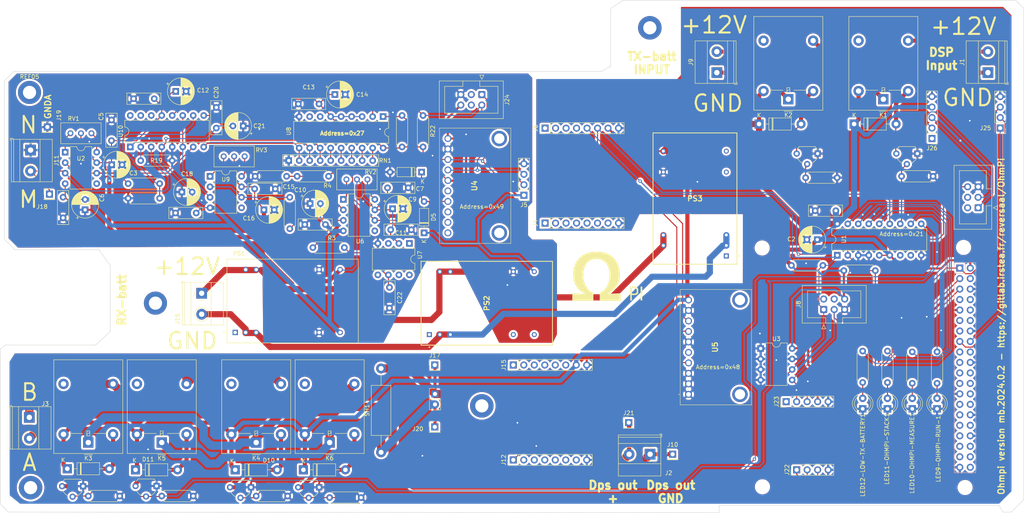
<source format=kicad_pcb>
(kicad_pcb (version 20221018) (generator pcbnew)
  (layers (0 "F.Cu" signal) (31 "B.Cu" signal) (34 "B.Paste" user) (35 "F.Paste" user) (36 "B.SilkS" user "B.Silkscreen") (37 "F.SilkS" user "F.Silkscreen") (38 "B.Mask" user) (39 "F.Mask" user) (44 "Edge.Cuts" user))
  (net 0 "")
  (net 1 "5VD")
  (net 2 "GNDD")
  (net 3 "GNDA")
  (net 6 "SDA1")
  (net 8 "SCL1")
  (net 10 "SCL2")
  (net 11 "SDA2")
  (net 13 "AN")
  (net 18 "Net-(U7-VOUT)")
  (net 19 "3V3")
  (net 20 "Net-(D1-A)")
  (net 21 "Net-(D2-A)")
  (net 22 "Net-(D5-A)")
  (net 23 "Net-(D9-A)")
  (net 24 "Net-(D10-A)")
  (net 25 "Net-(LED10-OHMPI-MEASURE1-A)")
  (net 26 "SDA3")
  (net 27 "SCL3")
  (net 28 "Net-(D11-A)")
  (net 29 "Net-(LED11-OHMPI-STACK1-A)")
  (net 30 "Net-(D12-A)")
  (net 31 "Net-(LED12-LOW-TX-BATTERY1-A)")
  (net 55 "/Relay_switch_dsp/out_12v_DSP")
  (net 56 "/Relay_switch_dsp/out_GND_DSP")
  (net 57 "/Current_injection_and_measurement/Input_DSP_+_alim")
  (net 58 "/Current_injection_and_measurement/Input_DSP_GND_alim")
  (net 59 "+12V_TX_bat")
  (net 60 "GND_TX_bat")
  (net 61 "/Vmn_measurement/Electrode_M")
  (net 62 "GNDPWR")
  (net 63 "+12V")
  (net 65 "-12V_A")
  (net 66 "+12V_A")
  (net 73 "5VA")
  (net 76 "GP2")
  (net 77 "GP3")
  (net 78 "GP0")
  (net 79 "GP1")
  (net 97 "Net-(J14-Pin_2)")
  (net 101 "/Current_injection_and_measurement/A")
  (net 102 "/Current_injection_and_measurement/B")
  (net 103 "GP4")
  (net 104 "GP5")
  (net 105 "GP6")
  (net 106 "GP7")
  (net 113 "Net-(RV1-Pad1)")
  (net 114 "Net-(RV1-Pad3)")
  (net 115 "Net-(RV2-Pad1)")
  (net 116 "Net-(RV2-Pad3)")
  (net 120 "Net-(U6-+)")
  (net 121 "Net-(U6--)")
  (net 122 "Net-(U9--)")
  (net 123 "Net-(U2--)")
  (net 128 "Net-(RN1-R4)")
  (net 129 "Net-(RN1-R5)")
  (net 130 "SDA1_3V3")
  (net 131 "SCL1_3V3")
  (net 132 "Net-(RN1-R6)")
  (net 133 "Net-(RN1-R7)")
  (net 134 "Net-(RN1-R8)")
  (net 142 "Net-(R23-Pad2)")
  (net 143 "MNGP0")
  (net 144 "MNGP1")
  (net 145 "MNGP2")
  (net 146 "SDA3_3V3")
  (net 147 "SCL3_3V3")
  (net 149 "Net-(R19-Pad1)")
  (net 151 "Net-(RV3-Pad1)")
  (net 152 "Net-(RV3-Pad3)")
  (net 163 "Net-(U9-+)")
  (net 165 "Net-(LED9-OHMPI-RUN-1-A)")
  (footprint "Connector_PinHeader_2.54mm:PinHeader_1x01_P2.54mm_Vertical" (layer "F.Cu") (at 26.162 77.978)
    (fp_text reference "J18")
    (fp_text value "ELEC_M" hide)
  )
  (footprint "MountingHole:MountingHole_3.2mm_M3" (layer "F.Cu") (at 198.74 148.89)
    (fp_text reference "REF01" hide)
    (fp_text value "MountingHole_3.2mm_M3" hide)
  )
  (footprint "Package_DIP:DIP-8_W7.62mm" (layer "F.Cu") (at 65.034 73.67)
    (fp_text reference "U9")
    (fp_text value "OP07")
  )
  (footprint "Capacitor_THT:CP_Radial_D6.3mm_P2.50mm" (layer "F.Cu") (at 73.064379 61.468 180)
    (fp_text reference "C21")
    (fp_text value "10uF")
  )
  (footprint "Potentiometer_THT:Potentiometer_Bourns_3296W_Vertical" (layer "F.Cu") (at 73.406 68.834)
    (fp_text reference "RV3")
    (fp_text value "10K")
  )
  (footprint "Resistor_THT:R_Axial_DIN0207_L6.3mm_D2.5mm_P7.62mm_Horizontal" (layer "F.Cu") (at 43.18 151.13 180)
    (fp_text reference "R6" hide)
    (fp_text value "100k")
  )
  (footprint "TerminalBlock_Phoenix:TerminalBlock_Phoenix_MKDS-1,5-2-5.08_1x02_P5.08mm_Horizontal" (layer "F.Cu") (at 253.305 48.545 90)
    (fp_text reference "J1")
    (fp_text value "DSP_out_12v_GND" hide)
  )
  (footprint "Resistor_THT:R_Axial_DIN0207_L6.3mm_D2.5mm_P7.62mm_Horizontal" (layer "F.Cu") (at 240.03 73.66 180)
    (fp_text reference "R1" hide)
    (fp_text value "100k")
  )
  (footprint "Resistor_THT:R_Axial_DIN0207_L6.3mm_D2.5mm_P7.62mm_Horizontal" (layer "F.Cu") (at 86.106 73.66)
    (fp_text reference "R4")
    (fp_text value "100k")
  )
  (footprint "TerminalBlock_Phoenix:TerminalBlock_Phoenix_MKDS-1,5-2-5.08_1x02_P5.08mm_Horizontal" (layer "F.Cu") (at 187.695 48.545 90)
    (fp_text reference "J9")
    (fp_text value "TX_bat" hide)
  )
  (footprint "Relay_THT:Relay_SPDT_Omron-G5LE-1" (layer "F.Cu") (at 93.98 138.1675 180)
    (fp_text reference "K6")
    (fp_text value "G5LE-1")
  )
  (footprint "LED_THT:LED_D4.0mm" (layer "F.Cu") (at 235 130 90)
    (fp_text reference "LED10-OHMPI-MEASURE1")
    (fp_text value "LED" hide)
  )
  (footprint "Resistor_THT:R_Axial_DIN0207_L6.3mm_D2.5mm_P7.62mm_Horizontal" (layer "F.Cu") (at 89.916 90.932)
    (fp_text reference "R3")
    (fp_text value "100K")
  )
  (footprint "Relay_THT:Relay_SPDT_Omron-G5LE-1" (layer "F.Cu") (at 228 55 180)
    (fp_text reference "K1")
    (fp_text value "G5LE-1")
  )
  (footprint "Connector_PinHeader_2.54mm:PinHeader_1x01_P2.54mm_Vertical" (layer "F.Cu") (at 119.43 134.38)
    (fp_text reference "J20")
    (fp_text value "shunt +")
  )
  (footprint "Relay_THT:Relay_SPDT_Omron-G5LE-1" (layer "F.Cu") (at 76.2 138.1675 180)
    (fp_text reference "K4")
    (fp_text value "G5LE-1")
  )
  (footprint "Package_DIP:DIP-8_W7.62mm" (layer "F.Cu") (at 113.274 89.926 -90)
    (fp_text reference "U7")
    (fp_text value "REF03GP")
  )
  (footprint "Diode_THT:D_DO-35_SOD27_P7.62mm_Horizontal" (layer "F.Cu") (at 116.84 87.376 90)
    (fp_text reference "D5")
    (fp_text value "BAT86")
  )
  (footprint "Diode_THT:D_DO-41_SOD81_P10.16mm_Horizontal" (layer "F.Cu") (at 71.12 144.78)
    (fp_text reference "D10")
    (fp_text value "1N4007")
  )
  (footprint "Resistor_THT:R_Axial_DIN0207_L6.3mm_D2.5mm_P7.62mm_Horizontal" (layer "F.Cu") (at 209.19 74)
    (fp_text reference "R2" hide)
    (fp_text value "100k")
  )
  (footprint "Connector_PinHeader_2.54mm:PinHeader_1x05_P2.54mm_Vertical" (layer "F.Cu") (at 204.475 128.27 90)
    (fp_text reference "J23")
    (fp_text value "Conn_01x05_Female" hide)
  )
  (footprint "Package_DIP:DIP-8_W7.62mm" (layer "F.Cu") (at 29.972 67.818)
    (fp_text reference "U2")
    (fp_text value "OP07")
  )
  (footprint "Resistor_THT:R_Axial_DIN0207_L6.3mm_D2.5mm_P7.62mm_Horizontal" (layer "F.Cu") (at 229 116 -90)
    (fp_text reference "R12" hide)
    (fp_text value "330 ohms")
  )
  (footprint "TerminalBlock_Phoenix:TerminalBlock_Phoenix_MKDS-1,5-2-5.08_1x02_P5.08mm_Horizontal" (layer "F.Cu") (at 21.59 67.31 -90)
    (fp_text reference "J11")
    (fp_text value "Screw_Terminal_VMN" hide)
  )
  (footprint "Connector_PinHeader_2.54mm:PinHeader_1x08_P2.54mm_Vertical" (layer "F.Cu") (at 146.125 85 90)
    (fp_text reference "J4")
    (fp_text value "Conn_01x08_Female")
  )
  (footprint "Resistor_THT:R_Axial_DIN0207_L6.3mm_D2.5mm_P7.62mm_Horizontal" (layer "F.Cu") (at 223 116 -90)
    (fp_text reference "R13" hide)
    (fp_text value "330 ohms")
  )
  (footprint "Connector_PinHeader_2.54mm:PinHeader_1x08_P2.54mm_Vertical" (layer "F.Cu") (at 146.125 62 90)
    (fp_text reference "J6")
    (fp_text value "Conn_01x08_Female")
  )
  (footprint "Connector_PinHeader_2.54mm:PinHeader_1x04_P2.54mm_Vertical" (layer "F.Cu") (at 141 78.25 180)
    (fp_text reference "J5")
    (fp_text value "Conn_01x04_Female" hide)
  )
  (footprint "Capacitor_THT:C_Disc_D8.0mm_W2.5mm_P5.00mm" (layer "F.Cu") (at 29.464 78.73 -90)
    (fp_text reference "C4" hide)
    (fp_text value "100nF")
  )
  (footprint "Connector_IDC:IDC-Header_2x03_P2.54mm_Vertical" (layer "F.Cu") (at 250.9425 81.285 180)
    (fp_text reference "J13" hide)
    (fp_text value "Connector_I2C_for_mux" hide)
  )
  (footprint "Package_DIP:DIP-18_W7.62mm" (layer "F.Cu") (at 216.85 92.8 90)
    (fp_text reference "U1")
    (fp_text value "MCP23008-xP")
  )
  (footprint "Connector_IDC:IDC-Header_2x03_P2.54mm_Vertical" (layer "F.Cu") (at 213.56 105.9375 90)
    (fp_text reference "J8")
    (fp_text value "Connector_I2C_for_MCP23008" hide)
  )
  (footprint "MountingHole:MountingHole_3.2mm_M3_DIN965_Pad" (layer "F.Cu") (at 51.816 104.394)
    (fp_text reference "REF04" hide)
    (fp_text value "MountingHole_3.2mm_M3_DIN965_Pad" hide)
  )
  (footprint "Package_DIP:DIP-8_W7.62mm" (layer "F.Cu") (at 198.305 115.385)
    (fp_text reference "U3")
    (fp_text value "24LC02")
  )
  (footprint "THD_15-1222N:CONV_THD_15-1222N" (layer "F.Cu") (at 85.02 103.886)
    (fp_text reference "PS1")
    (fp_text value "THD_15-1222N")
  )
  (footprint "Connector_PinHeader_2.54mm:PinHeader_1x02_P2.54mm_Vertical" (layer "F.Cu") (at 119.475 126.395)
    (fp_text reference "J14" hide)
    (fp_text value "Conn_01x02_Female" hide)
  )
  (footprint "Resistor_THT:R_Axial_DIN0207_L6.3mm_D2.5mm_P7.62mm_Horizontal" (layer "F.Cu") (at 48.245 69.86)
    (fp_text reference "R19")
    (fp_text value "100k")
  )
  (footprint "Package_TO_SOT_THT:TO-92L_Wide" (layer "F.Cu") (at 91.45 149.01 180)
    (fp_text reference "Q6" hide)
    (fp_text value "ZVN4206ASTZ" hide)
  )
  (footprint "Connector_IDC:IDC-Header_2x03_P2.54mm_Vertical" (layer "F.Cu") (at 130.81 53.8575 -90)
    (fp_text reference "J24")
    (fp_text value "Connector_I2C_for_MC" hide)
  )
  (footprint "Capacitor_THT:CP_Radial_D6.3mm_P2.50mm" (layer "F.Cu") (at 34.788 81.778 90)
    (fp_text reference "C6")
    (fp_text value "10uF")
  )
  (footprint "Resistor_THT:R_Axial_DIN0207_L6.3mm_D2.5mm_P7.62mm_Horizontal" (layer "F.Cu") (at 111.506 58.928 -90)
    (fp_text reference "R21" hide)
    (fp_text value "4.7K")
  )
  (footprint "TerminalBlock_Phoenix:TerminalBlock_Phoenix_MKDS-1,5-2-5.08_1x02_P5.08mm_Horizontal" (layer "F.Cu") (at 21.285 132.075 -90)
    (fp_text reference "J3")
    (fp_text value "Screw_Terminal_AB" hide)
  )
  (footprint "Diode_THT:D_DO-35_SOD27_P7.62mm_Horizontal" (layer "F.Cu") (at 116.232077 72.644 180)
    (fp_text reference "D6" hide)
    (fp_text value "BAT86")
  )
  (footprint "Package_TO_SOT_THT:TO-92L_Wide" (layer "F.Cu") (at 52.08 148.7 180)
    (fp_text reference "Q5" hide)
    (fp_text value "ZVN4206ASTZ" hide)
  )
  (footprint "Potentiometer_THT:Potentiometer_Bourns_3296W_Vertical" (layer "F.Cu") (at 103.124 74.422)
    (fp_text reference "RV2")
    (fp_text value "10K" hide)
  )
  (footprint "Package_TO_SOT_THT:TO-92L_Wide" (layer "F.Cu") (at 236.23 68.16 180)
    (fp_text reference "Q1" hide)
    (fp_text value "ZVN4206ASTZ" hide)
  )
  (footprint "Resistor_THT:R_Axial_DIN0207_L6.3mm_D2.5mm_P7.62mm_Horizontal" (layer "F.Cu") (at 60.96 151.13 180)
    (fp_text reference "R15" hide)
    (fp_text value "100k")
  )
  (footprint "Resistor_THT:R_Axial_DIN0207_L6.3mm_D2.5mm_P7.62mm_Horizontal" (layer "F.Cu") (at 45.212 75.438)
    (fp_text reference "R23" hide)
    (fp_text value "100k")
  )
  (footprint "Capacitor_THT:C_Disc_D8.0mm_W2.5mm_P5.00mm" (layer "F.Cu") (at 75.819621 76.708)
    (fp_text reference "C15")
    (fp_text value "100nF" hide)
  )
  (footprint "Capacitor_THT:C_Disc_D8.0mm_W2.5mm_P5.00mm" (layer "F.Cu") (at 41.178 65.014 90)
    (fp_text reference "C5")
    (fp_text value "100nF")
  )
  (footprint "Capacitor_THT:CP_Radial_D6.3mm_P2.50mm" (layer "F.Cu") (at 212 89 180)
    (fp_text reference "C2")
    (fp_text value "10uF")
  )
  (footprint "TerminalBlock_Phoenix:TerminalBlock_Phoenix_MKDS-1,5-2-5.08_1x02_P5.08mm_Horizontal" (layer "F.Cu") (at 171.545 141 180)
    (fp_text reference "J2")
    (fp_text value "DPS5005_input_0_to_50V")
  )
  (footprint "Capacitor_THT:CP_Radial_D6.3mm_P2.50mm" (layer "F.Cu") (at 41.235621 70.866)
    (fp_text reference "C3")
    (fp_text value "10uF")
  )
  (footprint "Resistor_THT:R_Axial_DIN0207_L6.3mm_D2.5mm_P7.62mm_Horizontal" (layer "F.Cu") (at 226.06 96.52 180)
    (fp_text reference "R18" hide)
    (fp_text value "4.7K")
  )
  (footprint "Resistor_THT:R_Array_SIP9" (layer "F.Cu") (at 84.074 69.85)
    (fp_text reference "RN1")
    (fp_text value "R_Network08" hide)
  )
  (footprint "Resistor_THT:R_Axial_DIN0207_L6.3mm_D2.5mm_P7.62mm_Horizontal" (layer "F.Cu") (at 213.36 95.25 180)
    (fp_text reference "R17" hide)
    (fp_text value "4.7K" hide)
  )
  (footprint "Capacitor_THT:C_Disc_D8.0mm_W2.5mm_P5.00mm" (layer "F.Cu") (at 108.458 100.584 -90)
    (fp_text reference "C22")
    (fp_text value "100nF")
  )
  (footprint "Resistor_THT:R_Axial_DIN0207_L6.3mm_D2.5mm_P7.62mm_Horizontal" (layer "F.Cu") (at 84.328 78.74 -90)
    (fp_text reference "R5" hide)
    (fp_text value "100k" hide)
  )
  (footprint "MountingHole:MountingHole_3.2mm_M3_DIN965_Pad" (layer "F.Cu") (at 21.336 53.34)
    (fp_text reference "REF05")
    (fp_text value "MountingHole_3.2mm_M3_DIN965_Pad" hide)
  )
  (footprint "LED_THT:LED_D4.0mm" (layer "F.Cu") (at 241 130 90)
    (fp_text reference "LED9-OHMPI-RUN-1")
    (fp_text value "LED" hide)
  )
  (footprint "Diode_THT:D_DO-41_SOD81_P10.16mm_Horizontal" (layer "F.Cu") (at 46.99 144.78)
    (fp_text reference "D11")
    (fp_text value "1N4007")
  )
  (footprint "Diode_THT:D_DO-41_SOD81_P10.16mm_Horizontal" (layer "F.Cu") (at 197.92 61)
    (fp_text reference "D2" hide)
    (fp_text value "1N4007")
  )
  (footprint "Resistor_THT:R_Axial_DIN0207_L6.3mm_D2.5mm_P7.62mm_Horizontal" (layer "F.Cu") (at 83.82 151.13 180)
    (fp_text reference "R7" hide)
    (fp_text value "100k")
  )
  (footprint "MountingHole:MountingHole_3.2mm_M3_ISO7380_Pad" (layer "F.Cu") (at 21.59 149.098)
    (fp_text reference "REF**" hide)
    (fp_text value "MountingHole_3.2mm_M3_ISO7380_Pad" hide)
  )
  (footprint "MountingHole:MountingHole_3.2mm_M3" (layer "F.Cu") (at 247.42 90.9)
    (fp_text reference "REF03" hide)
    (fp_text value "MountingHole_3.2mm_M3" hide)
  )
  (footprint "1085:1085" (layer "F.Cu") (at 180.848 126.492 -90)
    (fp_text reference "U5")
    (fp_text value "1085" hide)
  )
  (footprint "Connector_PinHeader_2.54mm:PinHeader_1x08_P2.54mm_Vertical" (layer "F.Cu") (at 138.43 142.38 90)
    (fp_text reference "J12")
    (fp_text value "Conn_01x08_Female" hide)
  )
  (footprint "MountingHole:MountingHole_3.2mm_M3" (layer "F.Cu") (at 198.67 91.03)
    (fp_text reference "REF2" hide)
    (fp_text value "MountingHole_3.2mm_M3" hide)
  )
  (footprint "Capacitor_THT:CP_Radial_D6.3mm_P2.50mm" (layer "F.Cu") (at 56.729621 53.086)
    (fp_text reference "C12")
    (fp_text value "10uF")
  )
  (footprint "Connector_PinHeader_2.54mm:PinHeader_1x01_P2.54mm_Vertical" (layer "F.Cu") (at 119.43 119.38)
    (fp_text reference "J17")
    (fp_text value "DSP GND")
  )
  (footprint "Diode_THT:D_DO-41_SOD81_P10.16mm_Horizontal" (layer "F.Cu") (at 87.63 144.78)
    (fp_text reference "D12" hide)
    (fp_text value "1N4007")
  )
  (footprint "Resistor_THT:R_Axial_DIN0207_L6.3mm_D2.5mm_P7.62mm_Horizontal" (layer "F.Cu") (at 116.586 58.928 -90)
    (fp_text reference "R22")
    (fp_text value "4.7K")
  )
  (footprint "Diode_THT:D_DO-41_SOD81_P10.16mm_Horizontal" (layer "F.Cu") (at 220.92 61)
    (fp_text reference "D1" hide)
    (fp_text value "1N4007")
  )
  (footprint "Connector_PinHeader_2.54mm:PinHeader_1x01_P2.54mm_Vertical" (layer "F.Cu") (at 25.654 61.722)
    (fp_text reference "J19")
    (fp_text value "ELEC_N" hide)
  )
  (footprint "THD_15-1211N:THD151211N" (layer "F.Cu") (at 189.992 92.964 180)
    (fp_text reference "PS3")
    (fp_text value "THD_15-1211N" hide)
  )
  (footprint "Package_DIP:DIP-18_W7.62mm" (layer "F.Cu") (at 106.924 59.192 -90)
    (fp_text reference "U8")
    (fp_text value "MCP23008-xP" hide)
  )
  (footprint "LED_THT:LED_D4.0mm" (layer "F.Cu") (at 229 130 90)
    (fp_text reference "LED11-OHMPI-STACK1")
    (fp_text value "LED" hide)
  )
  (footprint "Package_TO_SOT_THT:TO-92L_Wide" (layer "F.Cu") (at 74.94 149.01 180)
    (fp_text reference "Q4" hide)
    (fp_text value "ZVN4206ASTZ" hide)
  )
  (footprint "Diode_THT:D_DO-41_SOD81_P10.16mm_Horizontal" (layer "F.Cu") (at 30.48 144.5175)
    (fp_text reference "D9" hide)
    (fp_text value "1N4007")
  )
  (footprint "Relay_THT:Relay_SPDT_Omron-G5LE-1" (layer "F.Cu") (at 205 55 180)
    (fp_text reference "K2")
    (fp_text value "G5LE-1")
  )
  (footprint "MountingHole:MountingHole_3.2mm_M3" (layer "F.Cu") (at 247.78 149.06)
    (fp_text reference "REF00" hide)
    (fp_text value "MountingHole_3.2mm_M3" hide)
  )
  (footprint "Capacitor_THT:CP_Radial_D6.3mm_P2.50mm" (layer "F.Cu") (at 95.25 53.848)
    (fp_text reference "C14")
    (fp_text value "10uF")
  )
  (footprint "MountingHole:MountingHole_3.2mm_M3_ISO7380_Pad" (layer "F.Cu") (at 171.48 37.69)
    (fp_text reference "REF**" hide)
    (fp_text value "MountingHole_3.2mm_M3_ISO7380_Pad" hide)
  )
  (footprint "ohmpi_logo:ohmpi_logo" (layer "F.Cu") (at 161.036 97.79)
    (fp_text reference "G***" hide)
    (fp_text value "LOGO" hide)
  )
  (footprint "Capacitor_THT:C_Disc_D8.0mm_W2.5mm_P5.00mm" (layer "F.Cu") (at 108.752 86.614)
    (fp_text reference "C11")
    (fp_text value "100nF")
  )
  (footprint "Capacitor_THT:C_Disc_D8.0mm_W2.5mm_P5.00mm" (layer "F.Cu") (at 61.682 82.55 180)
    (fp_text reference "C17" hide)
    (fp_text value "100nF")
  )
  (footprint "Capacitor_THT:C_Disc_D8.0mm_W2.5mm_P5.00mm" (layer "F.Cu") (at 107.99 76.454)
    (fp_text reference "C7")
    (fp_text value "100nF")
  )
  (footprint "Connector_PinHeader_2.54mm:PinHeader_1x05_P2.54mm_Vertical" (layer "F.Cu") (at 239.776 64.511 180)
    (fp_text reference "J26")
    (fp_text value "Conn_01x05_Female" hide)
  )
  (footprint "Capacitor_THT:CP_Radial_D6.3mm_P2.50mm" (layer "F.Cu") (at 58.206 77.47)
    (fp_text reference "C18")
    (fp_text value "10uF")
  )
  (footprint "Capacitor_THT:CP_Radial_D6.3mm_P2.50mm" (layer "F.Cu") (at 109.22 81.534)
    (fp_text reference "C9")
    (fp_text value "10uF")
  )
  (footprint "Capacitor_THT:C_Disc_D8.0mm_W2.5mm_P5.00mm" (layer "F.Cu") (at 91.4 56.134 180)
    (fp_text reference "C13")
    (fp_text value "100nF")
  )
  (footprint "Package_TO_SOT_THT:TO-92L_Wide" (layer "F.Cu") (at 34.3 148.7475 180)
    (fp_text reference "Q3" hide)
    (fp_text value "ZVN4206ASTZ" hide)
  )
  (footprint "Capacitor_THT:CP_Radial_D6.3mm_P2.50mm" (layer "F.Cu") (at 78.065621 81.788)
    (fp_text reference "C16")
    (fp_text value "10uF")
  )
  (footprint "Package_DIP:DIP-8_W7.62mm" (layer "F.Cu") (at 97.292 79.258)
    (fp_text reference "U6")
    (fp_text value "OP07")
  )
  (footprint "Resistor_THT:R_Axial_DIN0207_L6.3mm_D2.5mm_P7.62mm_Horizontal" (layer "F.Cu") (at 101.6 151.5 180)
    (fp_text reference "R16" hide)
    (fp_text value "100k")
  )
  (footprint "Capacitor_THT:CP_Radial_D6.3mm_P2.50mm" (layer "F.Cu") (at 89.241621 80.264)
    (fp_text reference "C10")
    (fp_text value "10uF")
  )
  (footprint "Resistor_THT:R_Axial_DIN0207_L6.3mm_D2.5mm_P7.62mm_Horizontal" (layer "F.Cu") (at 241 116.19 -90)
    (fp_text reference "R10" hide)
    (fp_text value "330 ohms")
  )
  (footprint "Resistor_THT:R_Axial_DIN0207_L6.3mm_D2.5mm_P7.62mm_Horizontal" (layer "F.Cu") (at 52.832 78.994 180)
    (fp_text reference "R24" hide)
    (fp_text value "100k")
  )
  (footprint "Connector_PinHeader_2.54mm:PinHeader_1x01_P2.54mm_Vertical" (layer "F.Cu") (at 177 141)
    (fp_text reference "J10")
    (fp_text value "DSP+")
  )
  (footprint "LED_THT:LED_D4.0mm" (layer "F.Cu") (at 223 130 90)
    (fp_text reference "LED12-LOW-TX-BATTERY1")
    (fp_text value "LED" hide)
  )
  (footprint "Connector_PinHeader_2.54mm:PinHeader_1x04_P2.54mm_Vertical" (layer "F.Cu") (at 207.02 144.78 90)
    (fp_text reference "J22")
    (fp_text value "Conn_01x04_Female" hide)
  )
  (footprint "Connector_PinHeader_2.54mm:PinHeader_1x01_P2.54mm_Vertical" (layer "F.Cu") (at 166.37 133.35)
    (fp_text reference "J21")
    (fp_text value "shunt -")
  )
  (footprint "Capacitor_THT:C_Disc_D8.0mm_W2.5mm_P5.00mm" (layer "F.Cu") (at 51.522 54.864 180)
    (fp_text reference "C19" hide)
    (fp_text value "100nF")
  )
  (footprint "Capacitor_THT:C_Disc_D8.0mm_W2.5mm_P5.00mm" (layer "F.Cu") (at 92.964 85.344 180)
    (fp_text reference "C8" hide)
    (fp_text value "100nF" hide)
  )
  (footprint "Capacitor_THT:C_Disc_D8.0mm_W2.5mm_P5.00mm" (layer "F.Cu") (at 66.548 61.976 90)
    (fp_text reference "C20")
    (fp_text value "100nF")
  )
  (footprint "TerminalBlock_Phoenix:TerminalBlock_Phoenix_MKDS-1,5-2-5.08_1x02_P5.08mm_Horizontal" (layer "F.Cu") (at 63 102 -90)
    (fp_text reference "J16")
    (fp_text value "RX_bat" hide)
  )
  (footprint "Resistor_THT:R_Axial_DIN0207_L6.3mm_D2.5mm_P7.62mm_Horizontal" (layer "F.Cu") (at 75.946 73.66)
    (fp_text reference "R26" hide)
    (fp_text value "100k")
  )
  (footprint "Capacitor_THT:C_Disc_D8.0mm_W2.5mm_P5.00mm" (layer "F.Cu") (at 216.5 82 180)
    (fp_text reference "C1" hide)
    (fp_text value "100nF")
  )
  (footprint "Relay_THT:Relay_SPDT_Omron-G5LE-1" (layer "F.Cu") (at 35.56 138.1675 180)
    (fp_text reference "K3")
    (fp_text value "G5LE-1")
  )
  (footprint "Resistor_THT:R_Axial_DIN0414_L11.9mm_D4.5mm_P20.32mm_Horizontal" (layer "F.Cu") (at 106.43 140.54 90)
    (fp_text reference "SH1")
    (fp_text value "2 ohms")
  )
  (footprint "Potentiometer_THT:Potentiometer_Bourns_3296W_Vertical" (layer "F.Cu") (at 36.322 63.236)
    (fp_text reference "RV1")
    (fp_text value "10K")
  )
  (footprint "MountingHole:MountingHole_3.2mm_M3_ISO7380_Pad" (layer "F.Cu") (at 130.81 129.286)
    (fp_text reference "REF**" hide)
    (fp_text value "MountingHole_3.2mm_M3_ISO7380_Pad" hide)
  )
  (footprint "Resistor_THT:R_Axial_DIN0207_L6.3mm_D2.5mm_P7.62mm_Horizontal" (layer "F.Cu") (at 235 116.19 -90)
    (fp_text reference "R11" hide)
    (fp_text value "330 ohms")
  )
  (footprint "1085:1085" (layer "F.Cu") (at 122.6 87.376 -90)
    (fp_text reference "U4")
    (fp_text value "1085" hide)
  )
  (footprint "Connector_PinHeader_2.54mm:PinHeader_1x08_P2.54mm_Vertical" (layer "F.Cu") (at 138.43 119.38 90)
    (fp_text reference "J15")
    (fp_text value "Conn_01x08_Female" hide)
  )
  (footprint "Relay_THT:Relay_SPDT_Omron-G5LE-1" (layer "F.Cu") (at 53.34 138.1675 180)
    (fp_text reference "K5")
    (fp_text value "G5LE-1")
  )
  (footprint "Package_DIP:DIP-16_W7.62mm" (layer "F.Cu") (at 45.72 66.548 90)
    (fp_text reference "U10")
    (fp_text value "DG411xJ")
  )
  (footprint "THD_15-1211N:THD151211N" (layer "F.Cu") (at 118.11 112.014 90)
    (fp_text reference "PS2")
    (fp_text value "THD_15-1211N" hide)
  )
  (footprint "Package_TO_SOT_THT:TO-92L_Wide" (layer "F.Cu") (at 212.1 68.16 180)
    (fp_text reference "Q2" hide)
    (fp_text value "ZVN4206ASTZ" hide)
  )
  (footprint "Connector_PinHeader_2.54mm:PinHeader_1x04_P2.54mm_Vertical" (layer "F.Cu") (at 256.286 61.976 180)
    (fp_text reference "J25")
    (fp_text value "Conn_01x04_Female" hide)
  )
  (footprint "Connector_PinSocket_2.54mm:PinSocket_2x20_P2.54mm_Vertical" (layer "B.Cu") (at 246.5 95.9 180)
    (fp_text reference "J7")
    (fp_text value "Raspberry_Pi_2_3")
  )
  (gr_line (start 165 31) (end 162 33) (stroke (width 0.1)) (layer "Edge.Cuts"))
  (gr_line (start 37.338 114.554) (end 15.494 114.554) (stroke (width 0.1)) (layer "Edge.Cuts"))
  (gr_line (start 162 33) (end 162 46.99) (stroke (width 0.1)) (layer "Edge.Cuts"))
  (gr_line (start 17.526 48.26) (end 15.24 50.546) (stroke (width 0.1)) (layer "Edge.Cuts"))
  (gr_line (start 256.98 155.02) (end 259 155) (stroke (width 0.1)) (layer "Edge.Cuts"))
  (gr_line (start 15.24 88.9) (end 17.78 91.44) (stroke (width 0.1)) (layer "Edge.Cuts"))
  (gr_line (start 159.75 48.26) (end 17.526 48.26) (stroke (width 0.1)) (layer "Edge.Cuts"))
  (gr_line (start 260 31) (end 165 31) (stroke (width 0.1)) (layer "Edge.Cuts"))
  (gr_line (start 27 104) (end 27 104) (stroke (width 0.1)) (layer "Edge.Cuts"))
  (gr_line (start 262 152) (end 262 33) (stroke (width 0.1)) (layer "Edge.Cuts"))
  (gr_line (start 38.1 91.44) (end 40.894 95.25) (stroke (width 0.1)) (layer "Edge.Cuts"))
  (gr_line (start 17.78 91.44) (end 38.1 91.44) (stroke (width 0.1)) (layer "Edge.Cuts"))
  (gr_line (start 15.494 114.554) (end 14.24 115.57) (stroke (width 0.1)) (layer "Edge.Cuts"))
  (gr_line (start 162 46.99) (end 159.75 48.26) (stroke (width 0.1)) (layer "Edge.Cuts"))
  (gr_line (start 14.24 153) (end 16.24 155) (stroke (width 0.1)) (layer "Edge.Cuts"))
  (gr_line (start 14.24 115.57) (end 14.24 153) (stroke (width 0.1)) (layer "Edge.Cuts"))
  (gr_line (start 259 155) (end 262 152) (stroke (width 0.1)) (layer "Edge.Cuts"))
  (gr_line (start 40.894 111.252) (end 40.894 95.25) (stroke (width 0.1)) (layer "Edge.Cuts"))
  (gr_line (start 188.27 153.4) (end 188.214 155.194) (stroke (width 0.1)) (layer "Edge.Cuts"))
  (gr_line (start 15.24 50.546) (end 15.24 88.9) (stroke (width 0.1)) (layer "Edge.Cuts"))
  (gr_line (start 256.032 153.416) (end 256.98 155.02) (stroke (width 0.1)) (layer "Edge.Cuts"))
  (gr_line (start 40.894 111.252) (end 37.338 114.554) (stroke (width 0.1)) (layer "Edge.Cuts"))
  (gr_line (start 16.24 155) (end 188.214 155.194) (stroke (width 0.1)) (layer "Edge.Cuts"))
  (gr_line (start 188.27 153.4) (end 256.032 153.416) (stroke (width 0.1)) (layer "Edge.Cuts"))
  (gr_line (start 260 31) (end 262 33) (stroke (width 0.1)) (layer "Edge.Cuts"))
  (gr_text "M" (at 21.082 79.248) (layer "F.SilkS") (effects (font (size 4 4) (thickness 0.5))))
  (gr_text "+12V" (at 187 37) (layer "F.SilkS") (effects (font (size 4 4) (thickness 0.5))))
  (gr_text "Dps out\nGND" (at 176.53 150.114) (layer "F.SilkS") (effects (font (size 2 2) (thickness 0.5))))
  (gr_text "Address=0x27" (at 97.028 63.246) (layer "F.SilkS") (effects (font (size 1 1) (thickness 0.25))))
  (gr_text "B" (at 21.336 125.984) (layer "F.SilkS") (effects (font (size 4 4) (thickness 0.5))))
  (gr_text "RX-batt" (at 43.688 103.632 90) (layer "F.SilkS") (effects (font (size 2 2) (thickness 0.5))))
  (gr_text "Address=0x49" (at 130.81 81.026) (layer "F.SilkS") (effects (font (size 1 1))))
  (gr_text "GND" (at 248.412 54.61) (layer "F.SilkS") (effects (font (size 4 4) (thickness 0.5))))
  (gr_text "GND" (at 187.932659 55.972876) (layer "F.SilkS") (effects (font (size 4 4) (thickness 0.5))))
  (gr_text "DSP\nInput" (at 242.062 45.212) (layer "F.SilkS") (effects (font (size 2 2) (thickness 0.5))))
  (gr_text "GND" (at 60.706 113.538) (layer "F.SilkS") (effects (font (size 4 4) (thickness 0.5))))
  (gr_text "Ohmpi version mb.2024.0.2 - https://gitlab.irstea.fr/reversaal/OhmPi" (at 256.54 110 90) (layer "F.SilkS") (effects (font (size 1.5 1.5) (thickness 0.3))))
  (gr_text "GNDA" (at 26.67 59.944 90) (layer "F.SilkS") (effects (font (size 1.5 1.5) (thickness 0.3) bold) (justify left bottom)))
  (gr_text "+12V" (at 59.436 95.504) (layer "F.SilkS") (effects (font (size 4 4) (thickness 0.5))))
  (gr_text "Dps out\n+" (at 162.56 150.114) (layer "F.SilkS") (effects (font (size 2 2) (thickness 0.5))))
  (gr_text "+12V" (at 247.396 37.338) (layer "F.SilkS") (effects (font (size 4 4) (thickness 0.5))))
  (gr_text "N" (at 21.082 61.214) (layer "F.SilkS") (effects (font (size 4 4) (thickness 0.5))))
  (gr_text "A" (at 21.336 143.002) (layer "F.SilkS") (effects (font (size 4 4) (thickness 0.5))))
  (gr_text "Address=0x21" (at 232.41 87.63) (layer "F.SilkS") (effects (font (size 1 1))))
  (gr_text "TX-batt\nINPUT" (at 171.958 46.228) (layer "F.SilkS") (effects (font (size 2 2) (thickness 0.5))))
  (gr_text "Address=0x48" (at 187.96 119.888) (layer "F.SilkS") (effects (font (size 1 1))))
  (segment (start 246.385 76.205) (end 246.38 76.2) (width 0.25) (layer "F.Cu") (net 1))
  (segment (start 242 96) (end 244 94) (width 0.5) (layer "F.Cu") (net 1))
  (segment (start 241.3 88.9) (end 231.14 88.9) (width 0.25) (layer "F.Cu") (net 1))
  (segment (start 199 53) (end 197.92 54.08) (width 1) (layer "F.Cu") (net 1))
  (segment (start 242.57 80.01) (end 242.57 87.63) (width 0.25) (layer "F.Cu") (net 1))
  (segment (start 47.34 136.1675) (end 47.34 144.43) (width 1) (layer "F.Cu") (net 1))
  (segment (start 47.34 136.1675) (end 50.1575 133.35) (width 1) (layer "F.Cu") (net 1))
  (segment (start 204.47 93.98) (end 205.74 95.25) (width 1) (layer "F.Cu") (net 1))
  (segment (start 197.92 54.08) (end 197.92 61) (width 1) (layer "F.Cu") (net 1))
  (segment (start 67.3825 133.35) (end 70.2 136.1675) (width 1) (layer "F.Cu") (net 1))
  (segment (start 242.57 87.63) (end 241.3 88.9) (width 0.25) (layer "F.Cu") (net 1))
  (segment (start 244 94) (end 248.342081 94) (width 0.5) (layer "F.Cu") (net 1))
  (segment (start 212.095 121.555) (end 212.095 128.27) (width 0.5) (layer "F.Cu") (net 1))
  (segment (start 229.55 92.8) (end 232.75 96) (width 0.5) (layer "F.Cu") (net 1))
  (segment (start 232.75 96) (end 242 96) (width 0.5) (layer "F.Cu") (net 1))
  (segment (start 174.76 67.6) (end 166.965 67.6) (width 0.5) (layer "F.Cu") (net 1))
  (segment (start 229.55 90.49) (end 229.55 92.8) (width 0.25) (layer "F.Cu") (net 1))
  (segment (start 218.44 103.1975) (end 218.64 103.3975) (width 0.5) (layer "F.Cu") (net 1))
  (segment (start 87.98 136.1675) (end 87.98 144.43) (width 1) (layer "F.Cu") (net 1))
  (segment (start 248.4025 76.205) (end 246.385 76.205) (width 0.25) (layer "F.Cu") (net 1))
  (segment (start 181.36 61) (end 174.76 67.6) (width 1.5) (layer "F.Cu") (net 1))
  (segment (start 205.994 115.316) (end 209.804 115.316) (width 0.5) (layer "F.Cu") (net 1))
  (segment (start 70.2 143.86) (end 71.12 144.78) (width 1) (layer "F.Cu") (net 1))
  (segment (start 209.804 115.316) (end 209.804 119.264) (width 0.5) (layer "F.Cu") (net 1))
  (segment (start 209.56 91.44) (end 204.47 91.44) (width 1) (layer "F.Cu") (net 1))
  (segment (start 44.5225 133.35) (end 47.34 136.1675) (width 1) (layer "F.Cu") (net 1))
  (segment (start 29.56 143.5975) (end 30.48 144.5175) (width 1) (layer "F.Cu") (net 1))
  (segment (start 180.571 72.771) (end 175.4 67.6) (width 1) (layer "F.Cu") (net 1))
  (segment (start 222 59.92) (end 220.92 61) (width 1) (layer "F.Cu") (net 1))
  (segment (start 87.98 144.43) (end 87.63 144.78) (width 1) (layer "F.Cu") (net 1))
  (segment (start 246.38 76.2) (end 242.57 80.01) (width 0.25) (layer "F.Cu") (net 1))
  (segment (start 205.925 115.385) (end 205.994 115.316) (width 0.5) (layer "F.Cu") (net 1))
  (segment (start 197.92 61) (end 181.36 61) (width 1.5) (layer "F.Cu") (net 1))
  (segment (start 212 89) (end 209.56 91.44) (width 1) (layer "F.Cu") (net 1))
  (segment (start 229.55 92.8) (end 227.01 92.8) (width 0.25) (layer "F.Cu") (net 1))
  (segment (start 166.965 67.6) (end 161.365 62) (width 0.5) (layer "F.Cu") (net 1))
  (segment (start 180.571 103.57) (end 180.571 72.771) (width 1) (layer "F.Cu") (net 1))
  (segment (start 249.04 94.697919) (end 249.04 95.9) (width 0.5) (layer "F.Cu") (net 1))
  (segment (start 50.1575 133.35) (end 67.3825 133.35) (width 1) (layer "F.Cu") (net 1))
  (segment (start 70.2 136.1675) (end 70.2 143.86) (width 1) (layer "F.Cu") (net 1))
  (segment (start 204.47 91.44) (end 204.47 93.98) (width 1) (layer "F.Cu") (net 1))
  (segment (start 216.85 85.18) (end 208.18 85.18) (width 1.5) (layer "F.Cu") (net 1))
  (segment (start 197.92 74.92) (end 197.92 61) (width 1.5) (layer "F.Cu") (net 1))
  (segment (start 209.804 119.264) (end 212.095 121.555) (width 0.5) (layer "F.Cu") (net 1))
  (segment (start 248.342081 94) (end 249.04 94.697919) (width 0.5) (layer "F.Cu") (net 1))
  (segment (start 29.56 136.1675) (end 29.56 143.5975) (width 1) (layer "F.Cu") (net 1))
  (segment (start 208.18 85.18) (end 197.92 74.92) (width 1.5) (layer "F.Cu") (net 1))
  (segment (start 29.56 136.1675) (end 32.3775 133.35) (width 1) (layer "F.Cu") (net 1))
  (segment (start 222 53) (end 222 59.92) (width 1) (layer "F.Cu") (net 1))
  (segment (start 47.34 144.43) (end 46.99 144.78) (width 1) (layer "F.Cu") (net 1))
  (segment (start 231.14 88.9) (end 229.55 90.49) (width 0.25) (layer "F.Cu") (net 1))
  (segment (start 218.44 96.52) (end 218.44 103.1975) (width 0.5) (layer "F.Cu") (net 1))
  (segment (start 32.3775 133.35) (end 44.5225 133.35) (width 1) (layer "F.Cu") (net 1))
  (segment (start 205.74 95.25) (end 207.01 96.52) (width 0.5) (layer "B.Cu") (net 1))
  (segment (start 223.466984 63.546984) (end 224.235016 63.546984) (width 1) (layer "B.Cu") (net 1))
  (segment (start 212.09 96.52) (end 212.995 97.425) (width 0.5) (layer "B.Cu") (net 1))
  (segment (start 225.75 89) (end 229.55 92.8) (width 1) (layer "B.Cu") (net 1))
  (segment (start 220.92 61) (end 220.92 81.11) (width 1.5) (layer "B.Cu") (net 1))
  (segment (start 205.925 103.365) (end 208.105 101.185) (width 0.5) (layer "B.Cu") (net 1))
  (segment (start 214.39 96.52) (end 218.44 96.52) (width 0.5) (layer "B.Cu") (net 1))
  (segment (start 212.995 97.425) (end 213.485 97.425) (width 0.5) (layer "B.Cu") (net 1))
  (segment (start 180.571 103.57) (end 178.37 103.57) (width 1) (layer "B.Cu") (net 1))
  (segment (start 92.0675 132.08) (end 87.98 136.1675) (width 1) (layer "B.Cu") (net 1))
  (segment (start 109.22 123.19) (end 100.33 132.08) (width 1) (layer "B.Cu") (net 1))
  (segment (start 216.5 82) (end 216.5 84.83) (width 1.5) (layer "B.Cu") (net 1))
  (segment (start 205.925 115.385) (end 205.925 103.365) (width 0.5) (layer "B.Cu") (net 1))
  (segment (start 220.92 61) (end 223.466984 63.546984) (width 1) (layer "B.Cu") (net 1))
  (segment (start 224.235016 63.546984) (end 230.891 56.891) (width 1) (layer "B.Cu") (net 1))
  (segment (start 216.4275 101.185) (end 218.64 103.3975) (width 0.5) (layer "B.Cu") (net 1))
  (segment (start 153.67 118.11) (end 154.94 116.84) (width 1) (layer "B.Cu") (net 1))
  (segment (start 207.01 96.52) (end 212.09 96.52) (width 0.5) (layer "B.Cu") (net 1))
  (segment (start 100.33 132.08) (end 92.0675 132.08) (width 1) (layer "B.Cu") (net 1))
  (segment (start 208.105 101.185) (end 216.4275 101.185) (width 0.5) (layer "B.Cu") (net 1))
  (segment (start 212 89) (end 225.75 89) (width 1) (layer "B.Cu") (net 1))
  (segment (start 85.1625 133.35) (end 87.98 136.1675) (width 1) (layer "B.Cu") (net 1))
  (segment (start 213.03 89) (end 216.85 85.18) (width 1) (layer "B.Cu") (net 1))
  (segment (start 178.37 103.57) (end 165.1 116.84) (width 1) (layer "B.Cu") (net 1))
  (segment (start 154.94 116.84) (end 165.1 116.84) (width 1) (layer "B.Cu") (net 1))
  (segment (start 153.67 119.38) (end 149.86 123.19) (width 1) (layer "B.Cu") (net 1))
  (segment (start 230.891 56.891) (end 239.776 56.891) (width 1) (layer "B.Cu") (net 1))
  (segment (start 149.86 123.19) (end 109.22 123.19) (width 1) (layer "B.Cu") (net 1))
  (segment (start 70.2 136.1675) (end 73.0175 133.35) (width 1) (layer "B.Cu") (net 1))
  (segment (start 216.5 84.83) (end 216.85 85.18) (width 1.5) (layer "B.Cu") (net 1))
  (segment (start 212 89) (end 213.03 89) (width 1) (layer "B.Cu") (net 1))
  (segment (start 73.0175 133.35) (end 85.1625 133.35) (width 1) (layer "B.Cu") (net 1))
  (segment (start 153.67 119.38) (end 153.67 118.11) (width 1) (layer "B.Cu") (net 1))
  (segment (start 213.485 97.425) (end 214.39 96.52) (width 0.5) (layer "B.Cu") (net 1))
  (segment (start 220.92 81.11) (end 216.85 85.18) (width 1.5) (layer "B.Cu") (net 1))
  (via (at 198.12 111.76) (size 0.8) (drill 0.4) (layers "F.Cu" "B.Cu") (net 2))
  (via (at 220 97) (size 0.8) (drill 0.4) (layers "F.Cu" "B.Cu") (net 2))
  (via (at 209.296 94.742) (size 0.8) (drill 0.4) (layers "F.Cu" "B.Cu") (net 2))
  (via (at 225.806 82.804) (size 0.8) (drill 0.4) (layers "F.Cu" "B.Cu") (net 2))
  (via (at 232.41 107.95) (size 0.8) (drill 0.4) (layers "F.Cu" "B.Cu") (net 2))
  (via (at 227.96551 82.95523) (size 0.8) (drill 0.4) (layers "F.Cu" "B.Cu") (net 2))
  (via (at 242 111) (size 0.8) (drill 0.4) (layers "F.Cu" "B.Cu") (net 2))
  (via (at 209.72 123.34) (size 0.8) (drill 0.4) (layers "F.Cu" "B.Cu") (net 2))
  (via (at 238.506 107.696) (size 0.8) (drill 0.4) (layers "F.Cu" "B.Cu") (net 2))
  (via (at 116.43 141.38) (size 0.8) (drill 0.4) (layers "F.Cu" "B.Cu") (net 2))
  (via (at 246.634 65.024) (size 0.8) (drill 0.4) (layers "F.Cu" "B.Cu") (net 2))
  (via (at 183 75) (size 0.8) (drill 0.4) (layers "F.Cu" "B.Cu") (net 2))
  (via (at 50.038 139.827) (size 0.8) (drill 0.4) (layers "F.Cu" "B.Cu") (net 2))
  (via (at 202.105 118.185) (size 0.8) (drill 0.4) (layers "F.Cu" "B.Cu") (net 2))
  (via (at 234 83) (size 0.8) (drill 0.4) (layers "F.Cu" "B.Cu") (net 2))
  (via (at 144 139) (size 0.8) (drill 0.4) (layers "F.Cu" "B.Cu") (net 2))
  (via (at 215.138 110.998) (size 0.8) (drill 0.4) (layers "F.Cu" "B.Cu") (net 2))
  (via (at 222.997158 82.95523) (size 0.8) (drill 0.4) (layers "F.Cu" "B.Cu") (net 2))
  (via (at 206.97 125.47) (size 0.8) (drill 0.4) (layers "F.Cu" "B.Cu") (net 2))
  (via (at 218.105 109.185) (size 0.8) (drill 0.4) (layers "F.Cu" "B.Cu") (net 2))
  (via (at 248.92 60.198) (size 0.8) (drill 0.4) (layers "F.Cu" "B.Cu") (net 2))
  (via (at 139.43 133.38) (size 0.8) (drill 0.4) (layers "F.Cu" "B.Cu") (net 2))
  (via (at 241 92) (size 0.8) (drill 0.4) (layers "F.Cu" "B.Cu") (net 2))
  (via (at 50.292 64.516) (size 0.8) (drill 0.4) (layers "F.Cu" "B.Cu") (net 3))
  (via (at 137 100) (size 0.8) (drill 0.4) (layers "F.Cu" "B.Cu") (net 3))
  (via (at 50.038 70.612) (size 0.8) (drill 0.4) (layers "F.Cu" "B.Cu") (net 3))
  (via (at 33.782 70.612) (size 0.8) (drill 0.4) (layers "F.Cu" "B.Cu") (net 3))
  (via (at 127 63.5) (size 0.8) (drill 0.4) (layers "F.Cu" "B.Cu") (net 3))
  (via (at 76.962 62.23) (size 0.8) (drill 0.4) (layers "F.Cu" "B.Cu") (net 3))
  (via (at 138.43 74.93) (size 0.8) (drill 0.4) (layers "F.Cu" "B.Cu") (net 3))
  (via (at 72.136 71.12) (size 0.8) (drill 0.4) (layers "F.Cu" "B.Cu") (net 3))
  (via (at 35.814 65.278) (size 0.8) (drill 0.4) (layers "F.Cu" "B.Cu") (net 3))
  (via (at 132 104) (size 0.8) (drill 0.4) (layers "F.Cu" "B.Cu") (net 3))
  (via (at 102.108 79.756) (size 0.8) (drill 0.4) (layers "F.Cu" "B.Cu") (net 3))
  (via (at 109.3 58.17) (size 0.8) (drill 0.4) (layers "F.Cu" "B.Cu") (net 3))
  (via (at 118.89 68.66) (size 0.8) (drill 0.4) (layers "F.Cu" "B.Cu") (net 3))
  (via (at 39.116 71.628) (size 0.8) (drill 0.4) (layers "F.Cu" "B.Cu") (net 3))
  (via (at 62.992 79.502) (size 0.8) (drill 0.4) (layers "F.Cu" "B.Cu") (net 3))
  (via (at 106.172 62.23) (size 0.8) (drill 0.4) (layers "F.Cu" "B.Cu") (net 3))
  (via (at 46.482 68.58) (size 0.8) (drill 0.4) (layers "F.Cu" "B.Cu") (net 3))
  (segment (start 213.46 92.54) (end 215 91) (width 0.25) (layer "F.Cu") (net 6))
  (segment (start 178 86) (end 178 110) (width 0.25) (layer "F.Cu") (net 6))
  (segment (start 223.11 96.52) (end 222.820489 96.230489) (width 0.25) (layer "F.Cu") (net 6))
  (segment (start 215 91) (end 219 91) (width 0.25) (layer "F.Cu") (net 6))
  (segment (start 222.820489 96.230489) (end 219.39 92.8) (width 0.2) (layer "F.Cu") (net 6))
  (segment (start 216.1 107.896) (end 216.1 105.9375) (width 0.25) (layer "F.Cu") (net 6))
  (segment (start 219.39 91.39) (end 219.39 92.8) (width 0.25) (layer "F.Cu") (net 6))
  (segment (start 207.46 92.54) (end 213.46 92.54) (width 0.25) (layer "F.Cu") (net 6))
  (segment (start 179.19 111.19) (end 180.571 111.19) (width 0.25) (layer "F.Cu") (net 6))
  (segment (start 226.06 102.362) (end 219.964 108.458) (width 0.25) (layer "F.Cu") (net 6))
  (segment (start 219 91) (end 219.39 91.39) (width 0.25) (layer "F.Cu") (net 6))
  (segment (start 226.06 96.52) (end 226.06 102.362) (width 0.25) (layer "F.Cu") (net 6))
  (segment (start 158.825 66.825) (end 178 86) (width 0.25) (layer "F.Cu") (net 6))
  (segment (start 219.964 108.458) (end 216.662 108.458) (width 0.25) (layer "F.Cu") (net 6))
  (segment (start 216.662 108.458) (end 216.1 107.896) (width 0.25) (layer "F.Cu") (net 6))
  (segment (start 178 110) (end 179.19 111.19) (width 0.25) (layer "F.Cu") (net 6))
  (segment (start 158.825 62) (end 158.825 66.825) (width 0.25) (layer "F.Cu") (net 6))
  (segment (start 226.06 96.52) (end 223.11 96.52) (width 0.25) (layer "F.Cu") (net 6))
  (segment (start 209.555 126.635) (end 205.925 123.005) (width 0.25) (layer "F.Cu") (net 6))
  (segment (start 209.555 128.27) (end 209.555 126.635) (width 0.25) (layer "F.Cu") (net 6))
  (via (at 207.46 92.54) (size 0.8) (drill 0.4) (layers "F.Cu" "B.Cu") (net 6))
  (segment (start 216.1 112.83) (end 205.925 123.005) (width 0.2) (layer "B.Cu") (net 6))
  (segment (start 201.186198 77.55048) (end 207 83.364282) (width 0.25) (layer "B.Cu") (net 6))
  (segment (start 171.9125 75.0875) (end 174.37548 77.55048) (width 0.25) (layer "B.Cu") (net 6))
  (segment (start 216.1 105.9375) (end 216.1 112.74) (width 0.2) (layer "B.Cu") (net 6))
  (segment (start 174.37548 77.55048) (end 201.186198 77.55048) (width 0.25) (layer "B.Cu") (net 6))
  (segment (start 216.1 112.74) (end 216.1 112.83) (width 0.2) (layer "B.Cu") (net 6))
  (segment (start 207 83.364282) (end 207 92.08) (width 0.25) (layer "B.Cu") (net 6))
  (segment (start 158.825 62) (end 171.9125 75.0875) (width 0.25) (layer "B.Cu") (net 6))
  (segment (start 207 92.08) (end 207.46 92.54) (width 0.25) (layer "B.Cu") (net 6))
  (segment (start 179.413989 107.492989) (end 179.413989 85.128989) (width 0.25) (layer "F.Cu") (net 8))
  (segment (start 207.015 128.27) (end 207.015 127.005) (width 0.25) (layer "F.Cu") (net 8))
  (segment (start 204.47 124.46) (end 204.47 121.92) (width 0.25) (layer "F.Cu") (net 8))
  (segment (start 213.36 95.25) (end 212.41 96.2) (width 0.2) (layer "F.Cu") (net 8))
  (segment (start 212.41 96.2) (end 212.41 104.7875) (width 0.2) (layer "F.Cu") (net 8))
  (segment (start 207.015 127.005) (end 204.47 124.46) (width 0.25) (layer "F.Cu") (net 8))
  (segment (start 180.571 108.65) (end 179.413989 107.492989) (width 0.25) (layer "F.Cu") (net 8))
  (segment (start 212.41 104.7875) (end 213.56 105.9375) (width 0.2) (layer "F.Cu") (net 8))
  (segment (start 204.47 121.92) (end 205.925 120.465) (width 0.25) (layer "F.Cu") (net 8))
  (segment (start 179.413989 85.128989) (end 169.1425 74.8575) (width 0.25) (layer "F.Cu") (net 8))
  (via (at 169.1425 74.8575) (size 0.8) (drill 0.4) (layers "F.Cu" "B.Cu") (net 8))
  (segment (start 206.184511 93.264511) (end 216.385489 93.264511) (width 0.25) (layer "B.Cu") (net 8))
  (segment (start 213.56 112.83) (end 213.56 105.9375) (width 0.25) (layer "B.Cu") (net 8))
  (segment (start 214.63 95.25) (end 216.85 93.03) (width 0.2) (layer "B.Cu") (net 8))
  (segment (start 156.285 62) (end 169.1425 74.8575) (width 0.25) (layer "B.Cu") (net 8))
  (segment (start 205.925 120.465) (end 213.56 112.83) (width 0.25) (layer "B.Cu") (net 8))
  (segment (start 169.1425 74.8575) (end 172.285 78) (width 0.25) (layer "B.Cu") (net 8))
  (segment (start 201 78) (end 206 83) (width 0.25) (layer "B.Cu") (net 8))
  (segment (start 216.85 93.03) (end 216.85 92.8) (width 0.2) (layer "B.Cu") (net 8))
  (segment (start 213.36 95.25) (end 214.63 95.25) (width 0.2) (layer "B.Cu") (net 8))
  (segment (start 206 93.08) (end 206.184511 93.264511) (width 0.25) (layer "B.Cu") (net 8))
  (segment (start 172.285 78) (end 201 78) (width 0.25) (layer "B.Cu") (net 8))
  (segment (start 206 83) (end 206 93.08) (width 0.25) (layer "B.Cu") (net 8))
  (segment (start 131 70) (end 134.96 73.96) (width 0.25) (layer "F.Cu") (net 10))
  (segment (start 132.08 68.58) (end 130.81 69.85) (width 0.25) (layer "F.Cu") (net 10))
  (segment (start 114.554 61.976) (end 111.506 58.928) (width 0.25) (layer "F.Cu") (net 10))
  (segment (start 122.6 69.596) (end 120.396 69.596) (width 0.25) (layer "F.Cu") (net 10))
  (segment (start 120.396 68.834) (end 118.872 67.31) (width 0.25) (layer "F.Cu") (net 10))
  (segment (start 114.808 61.976) (end 114.554 61.976) (width 0.25) (layer "F.Cu") (net 10))
  (segment (start 139.25 73.96) (end 141 75.71) (width 0.25) (layer "F.Cu") (net 10))
  (segment (start 111.242 59.192) (end 111.506 58.928) (width 0.25) (layer "F.Cu") (net 10))
  (segment (start 118.872 66.04) (end 114.808 61.976) (width 0.25) (layer "F.Cu") (net 10))
  (segment (start 134.96 73.96) (end 139.25 73.96) (width 0.25) (layer "F.Cu") (net 10))
  (segment (start 120.396 69.596) (end 120.396 68.834) (width 0.25) (layer "F.Cu") (net 10))
  (segment (start 130.81 53.8575) (end 132.08 55.1275) (width 0.25) (layer "F.Cu") (net 10))
  (segment (start 106.924 59.192) (end 111.242 59.192) (width 0.25) (layer "F.Cu") (net 10))
  (segment (start 132.08 55.1275) (end 132.08 68.58) (width 0.25) (layer "F.Cu") (net 10))
  (segment (start 118.872 67.31) (end 118.872 66.04) (width 0.25) (layer "F.Cu") (net 10))
  (via (at 131 70) (size 0.8) (drill 0.4) (layers "F.Cu" "B.Cu") (net 10))
  (segment (start 131 70) (end 130.65 69.65) (width 0.25) (layer "B.Cu") (net 10))
  (segment (start 130.65 69.65) (end 122.571 69.65) (width 0.25) (layer "B.Cu") (net 10))
  (segment (start 104.384 59.192) (end 104.384 57.668) (width 0.25) (layer "F.Cu") (net 11))
  (segment (start 130.81 56.3975) (end 130.81 68.58) (width 0.25) (layer "F.Cu") (net 11))
  (segment (start 104.384 57.668) (end 105.156 56.896) (width 0.25) (layer "F.Cu") (net 11))
  (segment (start 129.74 69.65) (end 130.81 68.58) (width 0.25) (layer "F.Cu") (net 11))
  (segment (start 114.554 56.896) (end 116.586 58.928) (width 0.25) (layer "F.Cu") (net 11))
  (segment (start 105.156 56.896) (end 114.554 56.896) (width 0.25) (layer "F.Cu") (net 11))
  (segment (start 129.74 72.19) (end 129.74 69.65) (width 0.25) (layer "F.Cu") (net 11))
  (via (at 129.74 72.19) (size 0.8) (drill 0.4) (layers "F.Cu" "B.Cu") (net 11))
  (segment (start 140.02 72.19) (end 141 73.17) (width 0.25) (layer "B.Cu") (net 11))
  (segment (start 140.02 72.19) (end 129.74 72.19) (width 0.25) (layer "B.Cu") (net 11))
  (segment (start 128.2795 58.928) (end 130.81 56.3975) (width 0.25) (layer "B.Cu") (net 11))
  (segment (start 116.586 58.928) (end 128.2795 58.928) (width 0.25) (layer "B.Cu") (net 11))
  (segment (start 129.74 72.19) (end 122.571 72.19) (width 0.25) (layer "B.Cu") (net 11))
  (segment (start 162 118.81) (end 138.43 142.38) (width 0.25) (layer "F.Cu") (net 13))
  (segment (start 180.571 118.81) (end 162 118.81) (width 0.25) (layer "F.Cu") (net 13))
  (segment (start 108.194 100.32) (end 108.458 100.584) (width 0.25) (layer "F.Cu") (net 18))
  (segment (start 107.726 97.546) (end 108.194 97.546) (width 0.25) (layer "F.Cu") (net 18))
  (segment (start 108.194 97.546) (end 108.194 100.32) (width 0.25) (layer "F.Cu") (net 18))
  (segment (start 102.362 92.182) (end 98.786 92.182) (width 0.25) (layer "F.Cu") (net 18))
  (segment (start 102.362 92.182) (end 107.726 97.546) (width 0.25) (layer "F.Cu") (net 18))
  (segment (start 98.786 92.182) (end 97.536 90.932) (width 0.25) (layer "F.Cu") (net 18))
  (segment (start 255.111 91.490701) (end 255.111 58.071) (width 0.25) (layer "F.Cu") (net 19))
  (segment (start 224.79 149.86) (end 213.36 149.86) (width 0.25) (layer "F.Cu") (net 19))
  (segment (start 212.1 148.6) (end 212.1 144.78) (width 0.25) (layer "F.Cu") (net 19))
  (segment (start 246.5 95.9) (end 243.19 95.9) (width 0.25) (layer "F.Cu") (net 19))
  (segment (start 243.19 95.9) (end 226.06 113.03) (width 0.25) (layer "F.Cu") (net 19))
  (segment (start 226.06 113.03) (end 226.06 148.59) (width 0.25) (layer "F.Cu") (net 19))
  (segment (start 213.36 149.86) (end 212.1 148.6) (width 0.25) (layer "F.Cu") (net 19))
  (segment (start 249.336701 97.265) (end 247.865 97.265) (width 0.25) (layer "F.Cu") (net 19))
  (segment (start 226.06 148.59) (end 224.79 149.86) (width 0.25) (layer "F.Cu") (net 19))
  (segment (start 255.111 91.490701) (end 249.336701 97.265) (width 0.25) (layer "F.Cu") (net 19))
  (segment (start 247.865 97.265) (end 246.5 95.9) (width 0.25) (layer "F.Cu") (net 19))
  (segment (start 255.111 58.071) (end 256.286 56.896) (width 0.25) (layer "F.Cu") (net 19))
  (segment (start 231 68.16) (end 231 61.08) (width 0.25) (layer "F.Cu") (net 20))
  (segment (start 231.08 61) (end 231.08 55.92) (width 1) (layer "F.Cu") (net 20))
  (segment (start 231.08 55.92) (end 234 53) (width 1) (layer "F.Cu") (net 20))
  (segment (start 231 61.08) (end 231.08 61) (width 0.25) (layer "F.Cu") (net 20))
  (segment (start 208.08 61) (end 208.08 55.92) (width 1) (layer "F.Cu") (net 21))
  (segment (start 207 62.08) (end 208.08 61) (width 0.25) (layer "F.Cu") (net 21))
  (segment (start 208.08 55.92) (end 211 53) (width 1) (layer "F.Cu") (net 21))
  (segment (start 207 68.16) (end 207 62.08) (width 0.25) (layer "F.Cu") (net 21))
  (segment (start 99.539 73.885) (end 99.539 78.965) (width 0.25) (layer "F.Cu") (net 22))
  (segment (start 118.11 79.756) (end 122.517 79.756) (width 0.25) (layer "F.Cu") (net 22))
  (segment (start 114.798 84.338) (end 104.912 84.338) (width 0.25) (layer "F.Cu") (net 22))
  (segment (start 118.11 79.756) (end 118.11 81.026) (width 0.25) (layer "F.Cu") (net 22))
  (segment (start 99.539 78.965) (end 104.912 84.338) (width 0.25) (layer "F.Cu") (net 22))
  (segment (start 118.11 81.026) (end 114.798 84.338) (width 0.25) (layer "F.Cu") (net 22))
  (segment (start 116.232077 79.148077) (end 116.84 79.756) (width 0.25) (layer "F.Cu") (net 22))
  (segment (start 93.726 73.66) (end 94.488 72.898) (width 0.25) (layer "F.Cu") (net 22))
  (segment (start 122.517 79.756) (end 122.571 79.81) (width 0.25) (layer "F.Cu") (net 22))
  (segment (start 116.232077 72.644) (end 116.232077 79.148077) (width 0.25) (layer "F.Cu") (net 22))
  (segment (start 116.84 79.756) (end 118.11 79.756) (width 0.25) (layer "F.Cu") (net 22))
  (segment (start 94.488 72.898) (end 98.552 72.898) (width 0.25) (layer "F.Cu") (net 22))
  (segment (start 98.552 72.898) (end 99.539 73.885) (width 0.25) (layer "F.Cu") (net 22))
  (segment (start 40.64 144.5175) (end 35.56 144.5175) (width 1) (layer "F.Cu") (net 23))
  (segment (start 35.56 144.5175) (end 31.33 148.7475) (width 1) (layer "F.Cu") (net 23))
  (segment (start 41.56 143.5975) (end 40.64 144.5175) (width 1) (layer "F.Cu") (net 23))
  (segment (start 41.56 136.1675) (end 41.56 143.5975) (width 1) (layer "F.Cu") (net 23))
  (segment (start 31.33 148.7475) (end 29.22 148.7475) (width 1) (layer "F.Cu") (net 23))
  (segment (start 74.09 144.78) (end 81.28 144.78) (width 1) (layer "F.Cu") (net 24))
  (segment (start 82.2 143.86) (end 81.28 144.78) (width 1) (layer "F.Cu") (net 24))
  (segment (start 82.2 136.1675) (end 82.2 143.86) (width 1) (layer "F.Cu") (net 24))
  (segment (start 74.09 146.89) (end 74.09 144.78) (width 1) (layer "F.Cu") (net 24))
  (segment (start 69.86 149.01) (end 71.97 149.01) (width 1) (layer "F.Cu") (net 24))
  (segment (start 71.97 149.01) (end 74.09 146.89) (width 1) (layer "F.Cu") (net 24))
  (segment (start 235 123.81) (end 235 127.46) (width 0.25) (layer "F.Cu") (net 25))
  (segment (start 239.776 59.431) (end 254 73.655) (width 0.25) (layer "B.Cu") (net 26))
  (segment (start 254 77.591104) (end 252.846104 78.745) (width 0.25) (layer "B.Cu") (net 26))
  (segment (start 252.846104 78.745) (end 250.9425 78.745) (width 0.25) (layer "B.Cu") (net 26))
  (segment (start 254 73.655) (end 254 77.591104) (width 0.25) (layer "B.Cu") (net 26))
  (segment (start 240.946 58.066) (end 254.508 71.628) (width 0.25) (layer "B.Cu") (net 27))
  (segment (start 239.776 61.971) (end 238.601 60.796) (width 0.25) (layer "B.Cu") (net 27))
  (segment (start 254.508 71.628) (end 254.508 77.7195) (width 0.25) (layer "B.Cu") (net 27))
  (segment (start 239.479299 58.066) (end 240.946 58.066) (width 0.25) (layer "B.Cu") (net 27))
  (segment (start 238.601 60.796) (end 238.601 58.944299) (width 0.25) (layer "B.Cu") (net 27))
  (segment (start 254.508 77.7195) (end 250.9425 81.285) (width 0.25) (layer "B.Cu") (net 27))
  (segment (start 238.601 58.944299) (end 239.479299 58.066) (width 0.25) (layer "B.Cu") (net 27))
  (segment (start 59.34 136.1675) (end 59.34 142.59) (width 1) (layer "F.Cu") (net 28))
  (segment (start 59.34 142.59) (end 57.15 144.78) (width 1) (layer "F.Cu") (net 28))
  (segment (start 50.39 144.78) (end 47 148.17) (width 1) (layer "F.Cu") (net 28))
  (segment (start 57.15 144.78) (end 50.39 144.78) (width 1) (layer "F.Cu") (net 28))
  (segment (start 229 123.62) (end 229 127.46) (width 0.25) (layer "F.Cu") (net 29))
  (segment (start 90.6 144.78) (end 90.6 145.62) (width 1) (layer "F.Cu") (net 30))
  (segment (start 90.6 145.62) (end 87.21 149.01) (width 1) (layer "F.Cu") (net 30))
  (segment (start 99.98 142.59) (end 97.79 144.78) (width 1) (layer "F.Cu") (net 30))
  (segment (start 87.21 149.01) (end 86.37 149.01) (width 1) (layer "F.Cu") (net 30))
  (segment (start 99.98 136.1675) (end 99.98 142.59) (width 1) (layer "F.Cu") (net 30))
  (segment (start 97.79 144.78) (end 90.6 144.78) (width 1) (layer "F.Cu") (net 30))
  (segment (start 223 123.62) (end 223 127.46) (width 0.25) (layer "F.Cu") (net 31))
  (segment (start 243.545 48.545) (end 239 44) (width 1) (layer "F.Cu") (net 55))
  (segment (start 214.2 44) (end 211 40.8) (width 1) (layer "F.Cu") (net 55))
  (segment (start 253.305 48.545) (end 243.545 48.545) (width 1) (layer "F.Cu") (net 55))
  (segment (start 239 44) (end 214.2 44) (width 1) (layer "F.Cu") (net 55))
  (segment (start 245.8 40.8) (end 248.465 43.465) (width 1) (layer "F.Cu") (net 56))
  (segment (start 248.465 43.465) (end 253.305 43.465) (width 1) (layer "F.Cu") (net 56))
  (segment (start 234 40.8) (end 245.8 40.8) (width 1) (layer "F.Cu") (net 56))
  (segment (start 95.25 130.81) (end 82.55 130.81) (width 2) (layer "F.Cu") (net 57))
  (segment (start 109.22 143.51) (end 109.22 130.81) (width 2) (layer "F.Cu") (net 57))
  (segment (start 96.52 129.54) (end 95.25 130.81) (width 2) (layer "F.Cu") (net 57))
  (segment (start 171.545 141) (end 163.955 148.59) (width 2) (layer "F.Cu") (net 57))
  (segment (start 76.2 137.16) (end 76.2 138.1675) (width 2) (layer "F.Cu") (net 57))
  (segment (start 109.22 130.81) (end 107.95 129.54) (width 2) (layer "F.Cu") (net 57))
  (segment (start 163.955 148.59) (end 114.3 148.59) (width 2) (layer "F.Cu") (net 57))
  (segment (start 107.95 129.54) (end 96.52 129.54) (width 2) (layer "F.Cu") (net 57))
  (segment (start 114.3 148.59) (end 109.22 143.51) (width 2) (layer "F.Cu") (net 57))
  (segment (start 82.55 130.81) (end 76.2 137.16) (width 2) (layer "F.Cu") (net 57))
  (segment (start 171.545 141) (end 177 141) (width 1) (layer "F.Cu") (net 57))
  (segment (start 76.2 138.1675) (end 72.6525 138.1675) (width 2) (layer "B.Cu") (net 57))
  (segment (start 63.5 134.62) (end 60.96 132.08) (width 2) (layer "B.Cu") (net 57))
  (segment (start 60.96 132.08) (end 39.37 132.08) (width 2) (layer "B.Cu") (net 57))
  (segment (start 65.11 138.77) (end 63.5 137.16) (width 2) (layer "B.Cu") (net 57))
  (segment (start 39.37 132.08) (end 35.56 135.89) (width 2) (layer "B.Cu") (net 57))
  (segment (start 63.5 137.16) (end 63.5 134.62) (width 2) (layer "B.Cu") (net 57))
  (segment (start 35.56 135.89) (end 35.56 138.1675) (width 2) (layer "B.Cu") (net 57))
  (segment (start 65.59527 138.938) (end 65.42727 138.77) (width 2) (layer "B.Cu") (net 57))
  (segment (start 72.6525 138.1675) (end 71.882 138.938) (width 2) (layer "B.Cu") (net 57))
  (segment (start 71.882 138.938) (end 65.59527 138.938) (width 2) (layer "B.Cu") (net 57))
  (segment (start 65.42727 138.77) (end 65.11 138.77) (width 2) (layer "B.Cu") (net 57))
  (segment (start 119.475 126.395) (end 123.445 126.395) (width 2) (layer "F.Cu") (net 58))
  (segment (start 124.43 127.38) (end 124.43 144.38) (width 2) (layer "F.Cu") (net 58))
  (segment (start 166.465 141) (end 162.085 145.38) (width 2) (layer "F.Cu") (net 58))
  (segment (start 123.445 126.395) (end 124.43 127.38) (width 2) (layer "F.Cu") (net 58))
  (segment (start 124.43 144.38) (end 125.43 145.38) (width 2) (layer "F.Cu") (net 58))
  (segment (start 106.43 120.22) (end 113.3 120.22) (width 2) (layer "F.Cu") (net 58))
  (segment (start 119.475 119.425) (end 119.43 119.38) (width 0.75) (layer "F.Cu") (net 58))
  (segment (start 113.445 120.365) (end 119.475 126.395) (width 2) (layer "F.Cu") (net 58))
  (segment (start 166.465 141) (end 166.465 133.445) (width 1) (layer "F.Cu") (net 58))
  (segment (start 166.465 133.445) (end 166.37 133.35) (width 1) (layer "F.Cu") (net 58))
  (segment (start 162.085 145.38) (end 125.43 145.38) (width 2) (layer "F.Cu") (net 58))
  (segment (start 119.475 126.395) (end 119.475 119.425) (width 0.75) (layer "F.Cu") (net 58))
  (segment (start 113.3 120.22) (end 113.445 120.365) (width 2) (layer "F.Cu") (net 58))
  (segment (start 187.695 48.545) (end 198.545 48.545) (width 1) (layer "F.Cu") (net 59))
  (segment (start 198.545 48.545) (end 205 55) (width 1) (layer "F.Cu") (net 59))
  (segment (start 187.695 43.465) (end 208.465 43.465) (width 1) (layer "F.Cu") (net 60))
  (segment (start 223 50) (end 228 55) (width 1) (layer "F.Cu") (net 60))
  (segment (start 208.465 43.465) (end 215 50) (width 1) (layer "F.Cu") (net 60))
  (segment (start 215 50) (end 223 50) (width 1) (layer "F.Cu") (net 60))
  (segment (start 21.59 72.39) (end 29.464 72.39) (width 0.25) (layer "F.Cu") (net 61))
  (segment (start 29.464 72.39) (end 29.972 72.898) (width 0.25) (layer "F.Cu") (net 61))
  (segment (start 21.59 72.39) (end 26.162 76.962) (width 0.25) (layer "F.Cu") (net 61))
  (segment (start 26.162 76.962) (end 26.162 77.978) (width 0.25) (layer "F.Cu") (net 61))
  (segment (start 50.8 69.85) (end 54.864 73.914) (width 0.25) (layer "B.Cu") (net 61))
  (segment (start 54.864 73.914) (end 54.864 76.454) (width 0.25) (layer "B.Cu") (net 61))
  (segment (start 54.864 76.454) (end 54.102 77.216) (width 0.25) (layer "B.Cu") (net 61))
  (segment (start 50.8 66.548) (end 50.8 69.85) (width 0.25) (layer "B.Cu") (net 61))
  (segment (start 54.102 77.216) (end 34.29 77.216) (width 0.25) (layer "B.Cu") (net 61))
  (segment (start 34.29 77.216) (end 29.972 72.898) (width 0.25) (layer "B.Cu") (net 61))
  (segment (start 120.54 112.46) (end 120.54 112) (width 1.5) (layer "F.Cu") (net 62))
  (segment (start 118 115) (end 120.54 112.46) (width 1.5) (layer "F.Cu") (net 62))
  (segment (start 76.18 111.62) (end 79.56 115) (width 1.5) (layer "F.Cu") (net 62))
  (segment (start 123.08 112) (end 120.54 112) (width 1.5) (layer "F.Cu") (net 62))
  (segment (start 73.64 111.62) (end 73.64 110.700762) (width 1.5) (layer "F.Cu") (net 62))
  (segment (start 73.64 110.700762) (end 70.019238 107.08) (width 1.5) (layer "F.Cu") (net 62))
  (segment (start 79.56 115) (end 118 115) (width 1.5) (layer "F.Cu") (net 62))
  (segment (start 70.019238 107.08) (end 63 107.08) (width 1.5) (layer "F.Cu") (net 62))
  (segment (start 73.64 111.62) (end 76.18 111.62) (width 1.5) (layer "F.Cu") (net 62))
  (segment (start 190 87.92) (end 190 90.46) (width 1.5) (layer "B.Cu") (net 62))
  (segment (start 131 112) (end 123.08 112) (width 1.5) (layer "B.Cu") (net 62))
  (segment (start 186 93.611472) (end 186 97) (width 1.5) (layer "B.Cu") (net 62))
  (segment (start 136 107) (end 131 112) (width 1.5) (layer "B.Cu") (net 62))
  (segment (start 163 107) (end 136 107) (width 1.5) (layer "B.Cu") (net 62))
  (segment (start 189.151472 90.46) (end 186 93.611472) (width 1.5) (layer "B.Cu") (net 62))
  (segment (start 185 98) (end 172 98) (width 1.5) (layer "B.Cu") (net 62))
  (segment (start 186 97) (end 185 98) (width 1.5) (layer "B.Cu") (net 62))
  (segment (start 190 90.46) (end 189.151472 90.46) (width 1.5) (layer "B.Cu") (net 62))
  (segment (start 172 98) (end 163 107) (width 1.5) (layer "B.Cu") (net 62))
  (segment (start 120.54 96.76) (end 123.08 96.76) (width 1.5) (layer "F.Cu") (net 63))
  (segment (start 123.08 96.76) (end 129.76 96.76) (width 1.5) (layer "F.Cu") (net 63))
  (segment (start 118.618 108.458) (end 120.54 106.536) (width 1.5) (layer "F.Cu") (net 63))
  (segment (start 77.38 96.38) (end 82 101) (width 1.5) (layer "F.Cu") (net 63))
  (segment (start 82 101) (end 96.174 101) (width 1.5) (layer "F.Cu") (net 63))
  (segment (start 96.174 101) (end 103.632 108.458) (width 1.5) (layer "F.Cu") (net 63))
  (segment (start 129.76 96.76) (end 136 103) (width 1.5) (layer "F.Cu") (net 63))
  (segment (start 174.76 87.92) (end 174.76 90.46) (width 1.5) (layer "F.Cu") (net 63))
  (segment (start 162.22 103) (end 174.76 90.46) (width 1.5) (layer "F.Cu") (net 63))
  (segment (start 103.632 108.458) (end 118.618 108.458) (width 1.5) (layer "F.Cu") (net 63))
  (segment (start 68.62 96.38) (end 73.64 96.38) (width 1.5) (layer "F.Cu") (net 63))
  (segment (start 136 103) (end 162.22 103) (width 1.5) (layer "F.Cu") (net 63))
  (segment (start 120.54 106.536) (end 120.54 96.76) (width 1.5) (layer "F.Cu") (net 63))
  (segment (start 68.62 96.38) (end 63 102) (width 1.5) (layer "F.Cu") (net 63))
  (segment (start 73.64 96.38) (end 76.18 96.38) (width 1.5) (layer "F.Cu") (net 63))
  (segment (start 54.356 64.516) (end 54.356 65.532) (width 0.25) (layer "F.Cu") (net 65))
  (segment (start 34.788 79.278) (end 30.47 79.278) (width 0.25) (layer "F.Cu") (net 65))
  (segment (start 54.356 65.532) (end 53.34 66.548) (width 0.25) (layer "F.Cu") (net 65))
  (segment (start 29.972 75.438) (end 29.972 78.222) (width 0.25) (layer "F.Cu") (net 65))
  (segment (start 29.972 78.222) (end 29.464 78.73) (width 0.25) (layer "F.Cu") (net 65))
  (segment (start 29.464 78.73) (end 29.922 78.73) (width 0.25) (layer "F.Cu") (net 65))
  (segment (start 29.922 78.73) (end 30.47 79.278) (width 0.25) (layer "F.Cu") (net 65))
  (via (at 54.356 64.516) (size 0.8) (drill 0.4) (layers "F.Cu" "B.Cu") (net 65))
  (segment (start 37.084 81.574) (end 37.084 80.264) (width 1) (layer "B.Cu") (net 65))
  (segment (start 91.741621 84.121621) (end 92.964 85.344) (width 0.25) (layer "B.Cu") (net 65))
  (segment (start 41.108 85.598) (end 37.084 81.574) (width 1) (layer "B.Cu") (net 65))
  (segment (start 96.5 111.62) (end 93.98 109.1) (width 1) (layer "B.Cu") (net 65))
  (segment (start 91.741621 80.264) (end 91.741621 84.121621) (width 0.25) (layer "B.Cu") (net 65))
  (segment (start 67.056 61.468) (end 66.548 61.976) (width 0.25) (layer "B.Cu") (net 65))
  (segment (start 96.5 111.62) (end 70.478 85.598) (width 1) (layer "B.Cu") (net 65))
  (segment (start 65.034 81.29) (end 62.942 81.29) (width 0.25) (layer "B.Cu") (net 65))
  (segment (start 95.748 86.878) (end 97.292 86.878) (width 1) (layer "B.Cu") (net 65))
  (segment (start 53.34 70.056379) (end 60.753621 77.47) (width 0.25) (layer "B.Cu") (net 65))
  (segment (start 70.564379 61.468) (end 67.056 61.468) (width 0.25) (layer "B.Cu") (net 65))
  (segment (start 53.34 66.548) (end 53.34 70.056379) (width 0.25) (layer "B.Cu") (net 65))
  (segment (start 66.17 81.29) (end 65.034 81.29) (width 1) (layer "B.Cu") (net 65))
  (segment (start 36.098 79.278) (end 34.788 79.278) (width 1) (layer "B.Cu") (net 65))
  (segment (start 64.008 64.516) (end 54.356 64.516) (width 0.25) (layer "B.Cu") (net 65))
  (segment (start 37.084 80.264) (end 36.098 79.278) (width 1) (layer "B.Cu") (net 65))
  (segment (start 66.548 61.976) (end 64.008 64.516) (width 0.25) (layer "B.Cu") (net 65))
  (segment (start 60.753621 79.101621) (end 62.942 81.29) (width 0.25) (layer "B.Cu") (net 65))
  (segment (start 93.98 88.646) (end 95.748 86.878) (width 1) (layer "B.Cu") (net 65))
  (segment (start 93.98 109.1) (end 93.98 88.646) (width 1) (layer "B.Cu") (net 65))
  (segment (start 60.753621 77.47) (end 60.753621 79.101621) (width 0.25) (layer "B.Cu") (net 65))
  (segment (start 70.478 85.598) (end 41.108 85.598) (width 1) (layer "B.Cu") (net 65))
  (segment (start 97.292 86.878) (end 94.498 86.878) (width 1) (layer "B.Cu") (net 65))
  (segment (start 94.498 86.878) (end 92.964 85.344) (width 1) (layer "B.Cu") (net 65))
  (segment (start 70.478 85.598) (end 66.17 81.29) (width 1) (layer "B.Cu") (net 65))
  (segment (start 62.942 81.29) (end 61.682 82.55) (width 0.25) (layer "B.Cu") (net 65))
  (segment (start 70.866 74.422) (end 70.866 68.834) (width 0.25) (layer "F.Cu") (net 66))
  (segment (start 51.522 54.864) (end 52.538 55.88) (width 0.25) (layer "F.Cu") (net 66))
  (segment (start 45.72 88.392) (end 42.926 88.392) (width 1) (layer "F.Cu") (net 66))
  (segment (start 53.3 55.88) (end 53.34 55.92) (width 0.25) (layer "F.Cu") (net 66))
  (segment (start 93.82 99.06) (end 96.5 96.38) (width 1) (layer "F.Cu") (net 66))
  (segment (start 104.912 81.798) (end 108.956 81.798) (width 0.25) (layer "F.Cu") (net 66))
  (segment (start 53.34 55.92) (end 53.34 58.928) (width 0.25) (layer "F.Cu") (net 66))
  (segment (start 40.727621 70.358) (end 41.235621 70.866) (width 0.25) (layer "F.Cu") (net 66))
  (segment (start 108.752 87.944) (end 110.734 89.926) (width 0.25) (layer "F.Cu") (net 66))
  (segment (start 37.592 70.358) (end 40.727621 70.358) (width 0.25) (layer "F.Cu") (net 66))
  (segment (start 72.654 76.21) (end 70.866 74.422) (width 0.25) (layer "F.Cu") (net 66))
  (segment (start 108.752 86.614) (end 108.752 87.944) (width 0.25) (layer "F.Cu") (net 66))
  (segment (start 33.782 63.236) (end 33.782 66.548) (width 0.25) (layer "F.Cu") (net 66))
  (segment (start 41.178 65.014) (end 41.178 70.808379) (width 0.25) (layer "F.Cu") (net 66))
  (segment (start 75.819621 79.288) (end 78.065621 81.534) (width 0.25) (layer "F.Cu") (net 66))
  (segment (start 79.248 91.948) (end 86.36 99.06) (width 1) (layer "F.Cu") (net 66))
  (segment (start 78.065621 87.209621) (end 78.065621 81.534) (width 1) (layer "F.Cu") (net 66))
  (segment (start 52.538 55.88) (end 53.3 55.88) (width 0.25) (layer "F.Cu") (net 66))
  (segment (start 72.654 76.21) (end 75.321621 76.21) (width 0.25) (layer "F.Cu") (net 66))
  (segment (start 108.956 81.798) (end 109.22 81.534) (width 0.25) (layer "F.Cu") (net 66))
  (segment (start 33.782 66.548) (end 37.592 70.358) (width 0.25) (layer "F.Cu") (net 66))
  (segment (start 107.99 78.72) (end 104.912 81.798) (width 0.25) (layer "F.Cu") (net 66))
  (segment (start 79.248 88.392) (end 78.065621 87.209621) (width 1) (layer "F.Cu") (net 66))
  (segment (start 75.819621 76.708) (end 75.819621 79.288) (width 0.25) (layer "F.Cu") (net 66))
  (segment (start 79.248 88.392) (end 79.248 91.948) (width 1) (layer "F.Cu") (net 66))
  (segment (start 41.178 65.014) (end 47.254 65.014) (width 0.25) (layer "F.Cu") (net 66))
  (segment (start 42.926 88.392) (end 40.64 86.106) (width 1) (layer "F.Cu") (net 66))
  (segment (start 41.178 70.808379) (end 41.235621 70.866) (width 0.25) (layer "F.Cu") (net 66))
  (segment (start 56.094 53.086) (end 53.3 55.88) (width 0.25) (layer "F.Cu") (net 66))
  (segment (start 75.321621 76.21) (end 75.819621 76.708) (width 0.25) (layer "F.Cu") (net 66))
  (segment (start 86.36 99.06) (end 93.82 99.06) (width 1) (layer "F.Cu") (net 66))
  (segment (start 56.729621 53.086) (end 56.094 53.086) (width 0.25) (layer "F.Cu") (net 66))
  (segment (start 107.99 76.454) (end 107.99 78.72) (width 0.25) (layer "F.Cu") (net 66))
  (segment (start 40.64 86.106) (end 40.64 74.676) (width 1) (layer "F.Cu") (net 66))
  (segment (start 47.254 65.014) (end 53.34 58.928) (width 0.25) (layer "F.Cu") (net 66))
  (segment (start 79.248 88.392) (end 45.72 88.392) (width 1) (layer "F.Cu") (net 66))
  (via (at 40.64 74.676) (size 0.8) (drill 0.4) (layers "F.Cu" "B.Cu") (net 66))
  (segment (start 109.22 86.146) (end 108.752 86.614) (width 0.25) (layer "B.Cu") (net 66))
  (segment (start 99.314 96.52) (end 99.174 96.38) (width 0.25) (layer "B.Cu") (net 66))
  (segment (start 40.64 74.676) (end 40.64 71.461621) (width 1) (layer "B.Cu") (net 66))
  (segment (start 100.584 95.25) (end 99.314 96.52) (width 0.25) (layer "B.Cu") (net 66))
  (segment (start 101.854 75.692) (end 100.584 74.422) (width 0.25) (layer "B.Cu") (net 66))
  (segment (start 101.854 78.476695) (end 101.854 75.692) (width 0.25) (layer "B.Cu") (net 66))
  (segment (start 100.584 92.296) (end 100.584 74.422) (width 0.25) (layer "B.Cu") (net 66))
  (segment (start 99.174 96.38) (end 96.5 96.38) (width 0.25) (layer "B.Cu") (net 66))
  (segment (start 109.22 81.534) (end 109.22 86.146) (width 0.25) (layer "B.Cu") (net 66))
  (segment (start 40.64 71.461621) (end 41.235621 70.866) (width 1) (layer "B.Cu") (net 66))
  (segment (start 104.912 81.534695) (end 101.854 78.476695) (width 0.25) (layer "B.Cu") (net 66))
  (segment (start 100.584 92.296) (end 100.584 95.25) (width 0.25) (layer "B.Cu") (net 66))
  (segment (start 104.912 81.798) (end 104.912 81.534695) (width 0.25) (layer "B.Cu") (net 66))
  (segment (start 122.571 64.57) (end 122.571 59.5565) (width 0.5) (layer "F.Cu") (net 73))
  (segment (start 59.799 55.009) (end 55.88 58.928) (width 0.25) (layer "F.Cu") (net 73))
  (segment (start 111.242 66.812) (end 111.506 66.548) (width 0.25) (layer "F.Cu") (net 73))
  (segment (start 127 73) (end 127 64.77) (width 0.5) (layer "F.Cu") (net 73))
  (segment (start 95.25 53.848) (end 93.686 53.848) (width 0.25) (layer "F.Cu") (net 73))
  (segment (start 116.586 68.745) (end 122.571 74.73) (width 0.25) (layer "F.Cu") (net 73))
  (segment (start 97.028 61.996) (end 102.108 61.996) (width 0.25) (layer "F.Cu") (net 73))
  (segment (start 141 78.25) (end 139.230978 78.25) (width 0.5) (layer "F.Cu") (net 73))
  (segment (start 116.586 66.548) (end 111.506 66.548) (width 0.25) (layer "F.Cu") (net 73))
  (segment (start 91.4 56.134) (end 94.224 58.958) (width 0.25) (layer "F.Cu") (net 73))
  (segment (start 122.571 74.73) (end 125.27 74.73) (width 0.5) (layer "F.Cu") (net 73))
  (segment (start 116.586 66.548) (end 116.586 68.745) (width 0.25) (layer "F.Cu") (net 73))
  (segment (start 91.4 56.134) (end 90.275 55.009) (width 0.25) (layer "F.Cu") (net 73))
  (segment (start 127 64.77) (end 126.746 64.516) (width 0.5) (layer "F.Cu") (net 73))
  (segment (start 90.275 55.009) (end 59.799 55.009) (width 0.25) (layer "F.Cu") (net 73))
  (segment (start 135.710978 74.73) (end 122.571 74.73) (width 0.5) (layer "F.Cu") (net 73))
  (segment (start 93.686 53.848) (end 91.4 56.134) (width 0.25) (layer "F.Cu") (net 73))
  (segment (start 122.571 59.5565) (end 125.73 56.3975) (width 0.5) (layer "F.Cu") (net 73))
  (segment (start 106.924 66.812) (end 111.242 66.812) (width 0.25) (layer "F.Cu") (net 73))
  (segment (start 102.108 61.996) (end 106.924 66.812) (width 0.25) (layer "F.Cu") (net 73))
  (segment (start 94.224 58.958) (end 94.224 59.192) (width 0.25) (layer "F.Cu") (net 73))
  (segment (start 125.27 74.73) (end 127 73) (width 0.5) (layer "F.Cu") (net 73))
  (segment (start 139.230978 78.25) (end 135.710978 74.73) (width 0.5) (layer "F.Cu") (net 73))
  (segment (start 97.028 61.996) (end 94.224 59.192) (width 0.25) (layer "F.Cu") (net 73))
  (segment (start 126.746 64.516) (end 122.6 64.516) (width 0.5) (layer "F.Cu") (net 73))
  (segment (start 136.75 78.25) (end 141 78.25) (width 0.5) (layer "B.Cu") (net 73))
  (segment (start 132 82) (end 133 82) (width 0.5) (layer "B.Cu") (net 73))
  (segment (start 118.872 87.376) (end 116.84 87.376) (width 0.5) (layer "B.Cu") (net 73))
  (segment (start 133 82) (end 136.75 78.25) (width 0.5) (layer "B.Cu") (net 73))
  (segment (start 139.64 93) (end 143.4 96.76) (width 0.5) (layer "B.Cu") (net 73))
  (segment (start 130 90) (end 130 84) (width 0.5) (layer "B.Cu") (net 73))
  (segment (start 133 93) (end 130 90) (width 0.5) (layer "B.Cu") (net 73))
  (segment (start 94.224 59.192) (end 96.764 59.192) (width 0.25) (layer "B.Cu") (net 73))
  (segment (start 133 93) (end 139.64 93) (width 0.5) (layer "B.Cu") (net 73))
  (segment (start 121.496 90) (end 118.872 87.376) (width 0.5) (layer "B.Cu") (net 73))
  (segment (start 130 90) (end 121.496 90) (width 0.5) (layer "B.Cu") (net 73))
  (segment (start 99.304 59.192) (end 101.844 59.192) (width 0.25) (layer "B.Cu") (net 73))
  (segment (start 99.304 59.192) (end 96.764 59.192) (width 0.25) (layer "B.Cu") (net 73))
  (segment (start 130 84) (end 132 82) (width 0.5) (layer "B.Cu") (net 73))
  (segment (start 232.41 73.66) (end 232.41 84.86) (width 0.25) (layer "F.Cu") (net 76))
  (segment (start 233.69 70.7) (end 232.41 71.98) (width 0.25) (layer "F.Cu") (net 76))
  (segment (start 232.41 71.98) (end 232.41 73.66) (width 0.25) (layer "F.Cu") (net 76))
  (segment (start 232.41 84.86) (end 232.09 85.18) (width 0.25) (layer "F.Cu") (net 76))
  (segment (start 209.19 74) (end 209.19 71.07) (width 0.25) (layer "F.Cu") (net 77))
  (segment (start 209.19 74) (end 209.19 76.19) (width 0.25) (layer "F.Cu") (net 77))
  (segment (start 209.19 76.19) (end 211 78) (width 0.25) (layer "F.Cu") (net 77))
  (segment (start 209.19 71.07) (end 209.56 70.7) (width 0.25) (layer "F.Cu") (net 77))
  (segment (start 211 78) (end 228 78) (width 0.25) (layer "F.Cu") (net 77))
  (segment (start 229.55 79.55) (end 229.55 85.18) (width 0.25) (layer "F.Cu") (net 77))
  (segment (start 209.54 71.11) (end 209.55 71.12) (width 0.25) (layer "F.Cu") (net 77))
  (segment (start 209.55 71.12) (end 209.19 71.48) (width 0.25) (layer "F.Cu") (net 77))
  (segment (start 228 78) (end 229.55 79.55) (width 0.25) (layer "F.Cu") (net 77))
  (segment (start 187.87 151.13) (end 104.14 151.13) (width 0.25) (layer "F.Cu") (net 78))
  (segment (start 196.805 142.195) (end 187.87 151.13) (width 0.25) (layer "F.Cu") (net 78))
  (segment (start 72.4 151.55) (end 75.78 151.55) (width 0.25) (layer "F.Cu") (net 78))
  (segment (start 78.74 148.59) (end 83.82 148.59) (width 0.25) (layer "F.Cu") (net 78))
  (segment (start 97.79 149.86) (end 96.15 151.5) (width 0.25) (layer "F.Cu") (net 78))
  (segment (start 76.2 151.13) (end 78.74 148.59) (width 0.25) (layer "F.Cu") (net 78))
  (segment (start 104.14 151.13) (end 102.87 149.86) (width 0.25) (layer "F.Cu") (net 78))
  (segment (start 88.96 151.5) (end 88.91 151.55) (width 0.25) (layer "F.Cu") (net 78))
  (segment (start 93.98 151.5) (end 88.96 151.5) (width 0.25) (layer "F.Cu") (net 78))
  (segment (start 86.78 151.55) (end 88.91 151.55) (width 0.25) (layer "F.Cu") (net 78))
  (segment (start 75.78 151.55) (end 76.2 151.13) (width 0.25) (layer "F.Cu") (net 78))
  (segment (start 96.15 151.5) (end 93.98 151.5) (width 0.25) (layer "F.Cu") (net 78))
  (segment (start 102.87 149.86) (end 97.79 149.86) (width 0.25) (layer "F.Cu") (net 78))
  (segment (start 83.82 148.59) (end 86.78 151.55) (width 0.25) (layer "F.Cu") (net 78))
  (via (at 196.805 142.195) (size 0.8) (drill 0.4) (layers "F.Cu" "B.Cu") (net 78))
  (segment (start 194.31 111.76) (end 194.31 123.19) (width 0.25) (layer "B.Cu") (net 78))
  (segment (start 197 99) (end 197 109.07) (width 0.25) (layer "B.Cu") (net 78))
  (segment (start 238 98) (end 198 98) (width 0.25) (layer "B.Cu") (net 78))
  (segment (start 237.17 85.18) (end 240 88.01) (width 0.25) (layer "B.Cu") (net 78))
  (segment (start 197 125.88) (end 197 142) (width 0.25) (layer "B.Cu") (net 78))
  (segment (start 198 98) (end 197 99) (width 0.25) (layer "B.Cu") (net 78))
  (segment (start 240 88.01) (end 240 96) (width 0.25) (layer "B.Cu") (net 78))
  (segment (start 197 142) (end 196.805 142.195) (width 0.25) (layer "B.Cu") (net 78))
  (segment (start 240 96) (end 238 98) (width 0.25) (layer "B.Cu") (net 78))
  (segment (start 197 109.07) (end 194.31 111.76) (width 0.25) (layer "B.Cu") (net 78))
  (segment (start 194.31 123.19) (end 197 125.88) (width 0.25) (layer "B.Cu") (net 78))
  (segment (start 47.1 151.24) (end 44.45 148.59) (width 0.25) (layer "F.Cu") (net 79))
  (segment (start 53.23 151.24) (end 53.34 151.13) (width 0.25) (layer "F.Cu") (net 79))
  (segment (start 31.9175 151.13) (end 31.76 151.2875) (width 0.25) (layer "F.Cu") (net 79))
  (segment (start 49.54 151.24) (end 47.1 151.24) (width 0.25) (layer "F.Cu") (net 79))
  (segment (start 44.45 148.59) (end 38.1 148.59) (width 0.25) (layer "F.Cu") (net 79))
  (segment (start 49.54 151.24) (end 53.23 151.24) (width 0.25) (layer "F.Cu") (net 79))
  (segment (start 35.56 151.13) (end 31.9175 151.13) (width 0.25) (layer "F.Cu") (net 79))
  (segment (start 38.1 148.59) (end 35.56 151.13) (width 0.25) (layer "F.Cu") (net 79))
  (segment (start 242 94.635717) (end 242 85) (width 0.25) (layer "B.Cu") (net 79))
  (segment (start 178.14 149.86) (end 184 144) (width 0.25) (layer "B.Cu") (net 79))
  (segment (start 60.96 147.32) (end 102.87 147.32) (width 0.25) (layer "B.Cu") (net 79))
  (segment (start 53.34 151.13) (end 57.15 151.13) (width 0.25) (layer "B.Cu") (net 79))
  (segment (start 237.635717 99) (end 242 94.635717) (width 0.25) (layer "B.Cu") (net 79))
  (segment (start 198 144) (end 199 143) (width 0.25) (layer "B.Cu") (net 79))
  (segment (start 199 126.12) (end 200.66 124.46) (width 0.25) (layer "B.Cu") (net 79))
  (segment (start 57.15 151.13) (end 60.96 147.32) (width 0.25) (layer "B.Cu") (net 79))
  (segment (start 236.81 83) (end 234.63 85.18) (width 0.25) (layer "B.Cu") (net 79))
  (segment (start 199 143) (end 199 126.12) (width 0.25) (layer "B.Cu") (net 79))
  (segment (start 184 144) (end 198 144) (width 0.25) (layer "B.Cu") (net 79))
  (segment (start 102.87 147.32) (end 105.41 149.86) (width 0.25) (layer "B.Cu") (net 79))
  (segment (start 105.41 149.86) (end 178.14 149.86) (width 0.25) (layer "B.Cu") (net 79))
  (segment (start 200.66 124.46) (end 200.66 99.66) (width 0.25) (layer "B.Cu") (net 79))
  (segment (start 242 85) (end 240 83) (width 0.25) (layer "B.Cu") (net 79))
  (segment (start 200 99) (end 237.635717 99) (width 0.25) (layer "B.Cu") (net 79))
  (segment (start 240 83) (end 236.81 83) (width 0.25) (layer "B.Cu") (net 79))
  (segment (start 200.66 99.66) (end 200 99) (width 0.25) (layer "B.Cu") (net 79))
  (segment (start 102.87 133.35) (end 95.25 133.35) (width 2) (layer "F.Cu") (net 97))
  (segment (start 119.475 134.335) (end 119.43 134.38) (width 1.5) (layer "F.Cu") (net 97))
  (segment (start 106.43 136.91) (end 102.87 133.35) (width 2) (layer "F.Cu") (net 97))
  (segment (start 93.98 134.62) (end 93.98 138.1675) (width 2) (layer "F.Cu") (net 97))
  (segment (start 106.43 140.54) (end 106.43 136.91) (width 2) (layer "F.Cu") (net 97))
  (segment (start 95.25 133.35) (end 93.98 134.62) (width 2) (layer "F.Cu") (net 97))
  (segment (start 119.475 128.935) (end 119.475 134.335) (width 0.75) (layer "F.Cu") (net 97))
  (segment (start 93.98 138.43) (end 91.44 140.97) (width 2) (layer "B.Cu") (net 97))
  (segment (start 78.486 141.732) (end 68.326 141.732) (width 2) (layer "B.Cu") (net 97))
  (segment (start 68.326 141.732) (end 66.802 143.256) (width 2) (layer "B.Cu") (net 97))
  (segment (start 56.1425 140.97) (end 53.34 138.1675) (width 2) (layer "B.Cu") (net 97))
  (segment (start 64.516 143.256) (end 62.23 140.97) (width 2) (layer "B.Cu") (net 97))
  (segment (start 119.475 128.935) (end 118.035 128.935) (width 2) (layer "B.Cu") (net 97))
  (segment (start 79.248 140.97) (end 78.486 141.732) (width 2) (layer "B.Cu") (net 97))
  (segment (start 118.035 128.935) (end 106.43 140.54) (width 2) (layer "B.Cu") (net 97))
  (segment (start 62.23 140.97) (end 56.1425 140.97) (width 2) (layer "B.Cu") (net 97))
  (segment (start 93.98 138.1675) (end 93.98 138.43) (width 2) (layer "B.Cu") (net 97))
  (segment (start 66.802 143.256) (end 64.516 143.256) (width 2) (layer "B.Cu") (net 97))
  (segment (start 91.44 140.97) (end 79.248 140.97) (width 2) (layer "B.Cu") (net 97))
  (segment (start 59.34 121.57) (end 59.34 123.9675) (width 2) (layer "F.Cu") (net 101))
  (segment (start 78.8825 120.65) (end 62.6575 120.65) (width 2) (layer "F.Cu") (net 101))
  (segment (start 29.21 119.38) (end 57.15 119.38) (width 2) (layer "F.Cu") (net 101))
  (segment (start 21.285 132.075) (end 21.285 127.305) (width 2) (layer "F.Cu") (net 101))
  (segment (start 21.285 127.305) (end 29.21 119.38) (width 2) (layer "F.Cu") (net 101))
  (segment (start 82.2 123.9675) (end 78.8825 120.65) (width 2) (layer "F.Cu") (net 101))
  (segment (start 57.15 119.38) (end 59.34 121.57) (width 2) (layer "F.Cu") (net 101))
  (segment (start 62.6575 120.65) (end 59.34 123.9675) (width 2) (layer "F.Cu") (net 101))
  (segment (start 44.5925 127) (end 96.9475 127) (width 2) (layer "F.Cu") (net 102))
  (segment (start 21.285 137.155) (end 34.488 123.952) (width 2) (layer "F.Cu") (net 102))
  (segment (start 34.488 123.952) (end 34.798 123.952) (width 2) (layer "F.Cu") (net 102))
  (segment (start 41.56 123.9675) (end 44.5925 127) (width 2) (layer "F.Cu") (net 102))
  (segment (start 96.9475 127) (end 99.98 123.9675) (width 2) (layer "F.Cu") (net 102))
  (segment (start 34.7825 123.9675) (end 41.56 123.9675) (width 2) (layer "F.Cu") (net 102))
  (segment (start 243 85) (end 243 95) (width 0.25) (layer "B.Cu") (net 103))
  (segment (start 243 95) (end 241 97) (width 0.25) (layer "B.Cu") (net 103))
  (segment (start 240 82) (end 243 85) (width 0.25) (layer "B.Cu") (net 103))
  (segment (start 227.01 85.18) (end 230.19 82) (width 0.25) (layer "B.Cu") (net 103))
  (segment (start 241 97) (end 241 116.19) (width 0.25) (layer "B.Cu") (net 103))
  (segment (start 230.19 82) (end 240 82) (width 0.25) (layer "B.Cu") (net 103))
  (segment (start 243.44952 84.44952) (end 243.44952 115.33078) (width 0.25) (layer "B.Cu") (net 104))
  (segment (start 241.465789 117.314511) (end 236.124511 117.314511) (width 0.25) (layer "B.Cu") (net 104))
  (segment (start 224.47 85.18) (end 228.65 81) (width 0.25) (layer "B.Cu") (net 104))
  (segment (start 228.65 81) (end 240 81) (width 0.25) (layer "B.Cu") (net 104))
  (segment (start 240 81) (end 243.44952 84.44952) (width 0.25) (layer "B.Cu") (net 104))
  (segment (start 236.124511 117.314511) (end 235 116.19) (width 0.25) (layer "B.Cu") (net 104))
  (segment (start 243.44952 115.33078) (end 241.465789 117.314511) (width 0.25) (layer "B.Cu") (net 104))
  (segment (start 226.55952 80.55048) (end 240.55048 80.55048) (width 0.25) (layer "B.Cu") (net 105))
  (segment (start 241.416017 118) (end 231 118) (width 0.25) (layer "B.Cu") (net 105))
  (segment (start 221.93 85.18) (end 226.55952 80.55048) (width 0.25) (layer "B.Cu") (net 105))
  (segment (start 231 118) (end 229 116) (width 0.25) (layer "B.Cu") (net 105))
  (segment (start 244 84) (end 244 115.416017) (width 0.25) (layer "B.Cu") (net 105))
  (segment (start 244 115.416017) (end 241.416017 118) (width 0.25) (layer "B.Cu") (net 105))
  (segment (start 240.55048 80.55048) (end 244 84) (width 0.25) (layer "B.Cu") (net 105))
  (segment (start 244.44952 83.813803) (end 244.44952 115.602215) (width 0.25) (layer "B.Cu") (net 106))
  (segment (start 241.051734 119) (end 226 119) (width 0.25) (layer "B.Cu") (net 106))
  (segment (start 244.186197 115.865537) (end 241.051734 119) (width 0.25) (layer "B.Cu") (net 106))
  (segment (start 224.57 80) (end 240.635717 80) (width 0.25) (layer "B.Cu") (net 106))
  (segment (start 240.635717 80) (end 244.44952 83.813803) (width 0.25) (layer "B.Cu") (net 106))
  (segment (start 244.44952 115.602215) (end 244.186197 115.865537) (width 0.25) (layer "B.Cu") (net 106))
  (segment (start 219.39 85.18) (end 224.57 80) (width 0.25) (layer "B.Cu") (net 106))
  (segment (start 226 119) (end 223 116) (width 0.25) (layer "B.Cu") (net 106))
  (segment (start 37.592 67.818) (end 37.592 64.506) (width 0.25) (layer "F.Cu") (net 113))
  (segment (start 37.592 64.506) (end 36.322 63.236) (width 0.25) (layer "F.Cu") (net 113))
  (segment (start 29.972 67.818) (end 29.972 64.506) (width 0.25) (layer "F.Cu") (net 114))
  (segment (start 29.972 64.506) (end 31.242 63.236) (width 0.25) (layer "F.Cu") (net 114))
  (segment (start 103.124 77.47) (end 104.912 79.258) (width 0.25) (layer "F.Cu") (net 115))
  (segment (start 103.124 74.422) (end 103.124 77.47) (width 0.25) (layer "F.Cu") (net 115))
  (segment (start 98.044 78.506) (end 97.292 79.258) (width 0.25) (layer "F.Cu") (net 116))
  (segment (start 98.044 74.422) (end 98.044 78.506) (width 0.25) (layer "F.Cu") (net 116))
  (segment (start 94.234 83.058) (end 87.63 83.058) (width 0.25) (layer "F.Cu") (net 120))
  (segment (start 95.514 84.853705) (end 91.875031 88.492674) (width 0.25) (layer "F.Cu") (net 120))
  (segment (start 95.514 84.338) (end 95.514 84.853705) (width 0.25) (layer "F.Cu") (net 120))
  (segment (start 87.63 83.058) (end 84.328 86.36) (width 0.25) (layer "F.Cu") (net 120))
  (segment (start 95.514 84.338) (end 94.234 83.058) (width 0.25) (layer "F.Cu") (net 120))
  (segment (start 97.292 84.338) (end 95.514 84.338) (width 0.25) (layer "F.Cu") (net 120))
  (segment (start 91.875031 88.972969) (end 89.916 90.932) (width 0.25) (layer "F.Cu") (net 120))
  (segment (start 91.875031 88.492674) (end 91.875031 88.972969) (width 0.25) (layer "F.Cu") (net 120))
  (segment (start 89.154 73.66) (end 97.292 81.798) (width 0.25) (layer "F.Cu") (net 121))
  (segment (start 83.566 73.66) (end 86.106 73.66) (width 0.25) (layer "F.Cu") (net 121))
  (segment (start 86.106 73.66) (end 89.154 73.66) (width 0.25) (layer "F.Cu") (net 121))
  (segment (start 70.114 76.21) (end 72.654 78.75) (width 0.25) (layer "B.Cu") (net 122))
  (segment (start 65.034 76.21) (end 70.114 76.21) (width 0.25) (layer "B.Cu") (net 122))
  (segment (start 72.664 78.74) (end 84.328 78.74) (width 0.25) (layer "B.Cu") (net 122))
  (segment (start 72.654 78.75) (end 72.664 78.74) (width 0.25) (layer "B.Cu") (net 122))
  (segment (start 32.512 72.898) (end 29.972 70.358) (width 0.25) (layer "F.Cu") (net 123))
  (segment (start 60.96 66.548) (end 54.61 72.898) (width 0.25) (layer "F.Cu") (net 123))
  (segment (start 42.672 72.898) (end 45.212 75.438) (width 0.25) (layer "F.Cu") (net 123))
  (segment (start 37.592 72.898) (end 32.512 72.898) (width 0.25) (layer "F.Cu") (net 123))
  (segment (start 37.592 72.898) (end 42.672 72.898) (width 0.25) (layer "F.Cu") (net 123))
  (segment (start 54.61 72.898) (end 37.592 72.898) (width 0.25) (layer "F.Cu") (net 123))
  (segment (start 94.224 69.84) (end 94.234 69.85) (width 0.25) (layer "F.Cu") (net 128))
  (segment (start 94.224 66.812) (end 94.224 69.84) (width 0.25) (layer "F.Cu") (net 128))
  (segment (start 96.764 69.84) (end 96.774 69.85) (width 0.25) (layer "F.Cu") (net 129))
  (segment (start 96.764 66.812) (end 96.764 69.84) (width 0.25) (layer "F.Cu") (net 129))
  (segment (start 224.976396 150.31) (end 212.54 150.31) (width 0.25) (layer "F.Cu") (net 130))
  (segment (start 246.5 98.44) (end 230.125 114.815) (width 0.25) (layer "F.Cu") (net 130))
  (segment (start 226.51 120.080991) (end 226.51 148.776396) (width 0.25) (layer "F.Cu") (net 130))
  (segment (start 230.125 116.465991) (end 226.51 120.080991) (width 0.25) (layer "F.Cu") (net 130))
  (segment (start 209.56 147.33) (end 209.56 144.78) (width 0.25) (layer "F.Cu") (net 130))
  (segment (start 230.125 114.815) (end 230.125 116.465991) (width 0.25) (layer "F.Cu") (net 130))
  (segment (start 212.54 150.31) (end 209.56 147.33) (width 0.25) (layer "F.Cu") (net 130))
  (segment (start 226.51 148.776396) (end 224.976396 150.31) (width 0.25) (layer "F.Cu") (net 130))
  (segment (start 207.02 145.88) (end 211.9 150.76) (width 0.25) (layer "F.Cu") (net 131))
  (segment (start 227.33 120.15) (end 246.5 100.98) (width 0.25) (layer "F.Cu") (net 131))
  (segment (start 227.33 148.592792) (end 227.33 120.15) (width 0.25) (layer "F.Cu") (net 131))
  (segment (start 225.162792 150.76) (end 227.33 148.592792) (width 0.25) (layer "F.Cu") (net 131))
  (segment (start 207.02 144.78) (end 207.02 145.88) (width 0.25) (layer "F.Cu") (net 131))
  (segment (start 211.9 150.76) (end 225.162792 150.76) (width 0.25) (layer "F.Cu") (net 131))
  (segment (start 99.304 69.84) (end 99.314 69.85) (width 0.25) (layer "F.Cu") (net 132))
  (segment (start 99.304 66.812) (end 99.304 69.84) (width 0.25) (layer "F.Cu") (net 132))
  (segment (start 101.844 69.84) (end 101.854 69.85) (width 0.25) (layer "F.Cu") (net 133))
  (segment (start 101.844 66.812) (end 101.844 69.84) (width 0.25) (layer "F.Cu") (net 133))
  (segment (start 104.384 69.84) (end 104.394 69.85) (width 0.25) (layer "F.Cu") (net 134))
  (segment (start 104.384 66.812) (end 104.384 69.84) (width 0.25) (layer "F.Cu") (net 134))
  (segment (start 52.832 78.994) (end 52.832 75.438) (width 0.25) (layer "F.Cu") (net 142))
  (segment (start 52.832 75.438) (end 52.07 75.438) (width 0.25) (layer "B.Cu") (net 142))
  (segment (start 45.212 63.5) (end 58.42 63.5) (width 0.25) (layer "B.Cu") (net 142))
  (segment (start 48.26 71.628) (end 47.752 71.628) (width 0.25) (layer "B.Cu") (net 142))
  (segment (start 52.07 75.438) (end 48.26 71.628) (width 0.25) (layer "B.Cu") (net 142))
  (segment (start 47.752 71.628) (end 46.482 70.358) (width 0.25) (layer "B.Cu") (net 142))
  (segment (start 46.482 70.358) (end 46.482 69.85) (width 0.25) (layer "B.Cu") (net 142))
  (segment (start 43.942 64.77) (end 45.212 63.5) (width 0.25) (layer "B.Cu") (net 142))
  (segment (start 46.482 69.85) (end 43.942 67.31) (width 0.25) (layer "B.Cu") (net 142))
  (segment (start 60.96 60.96) (end 60.96 58.928) (width 0.25) (layer "B.Cu") (net 142))
  (segment (start 58.42 63.5) (end 60.96 60.96) (width 0.25) (layer "B.Cu") (net 142))
  (segment (start 43.942 67.31) (end 43.942 64.77) (width 0.25) (layer "B.Cu") (net 142))
  (segment (start 86.604 66.812) (end 86.604 69.84) (width 0.25) (layer "F.Cu") (net 143))
  (segment (start 86.604 69.84) (end 86.614 69.85) (width 0.25) (layer "F.Cu") (net 143))
  (segment (start 46.845 65.423) (end 45.72 66.548) (width 0.25) (layer "B.Cu") (net 143))
  (segment (start 85.215 65.423) (end 46.845 65.423) (width 0.25) (layer "B.Cu") (net 143))
  (segment (start 86.604 66.812) (end 85.215 65.423) (width 0.25) (layer "B.Cu") (net 143))
  (segment (start 64.361 65.687) (end 63.5 66.548) (width 0.25) (layer "F.Cu") (net 144))
  (segment (start 89.144 66.812) (end 89.144 69.84) (width 0.25) (layer "F.Cu") (net 144))
  (segment (start 88.019 65.687) (end 64.361 65.687) (width 0.25) (layer "F.Cu") (net 144))
  (segment (start 89.144 69.84) (end 89.154 69.85) (width 0.25) (layer "F.Cu") (net 144))
  (segment (start 89.144 66.812) (end 88.019 65.687) (width 0.25) (layer "F.Cu") (net 144))
  (segment (start 83.8 58.928) (end 63.5 58.928) (width 0.25) (layer "F.Cu") (net 145))
  (segment (start 91.684 66.812) (end 83.8 58.928) (width 0.25) (layer "F.Cu") (net 145))
  (segment (start 91.684 69.84) (end 91.694 69.85) (width 0.25) (layer "F.Cu") (net 145))
  (segment (start 91.684 66.812) (end 91.684 69.84) (width 0.25) (layer "F.Cu") (net 145))
  (segment (start 257.461 107.110701) (end 249.526701 115.045) (width 0.25) (layer "F.Cu") (net 146))
  (segment (start 247.865 115.045) (end 246.5 113.68) (width 0.25) (layer "F.Cu") (net 146))
  (segment (start 257.461 60.611) (end 256.286 59.436) (width 0.25) (layer "F.Cu") (net 146))
  (segment (start 249.526701 115.045) (end 247.865 115.045) (width 0.25) (layer "F.Cu") (net 146))
  (segment (start 257.461 107.110701) (end 257.461 60.611) (width 0.25) (layer "F.Cu") (net 146))
  (segment (start 249.04 113.68) (end 256.286 106.434) (width 0.25) (layer "B.Cu") (net 147))
  (segment (start 256.286 106.434) (end 256.286 61.976) (width 0.25) (layer "B.Cu") (net 147))
  (segment (start 48.26 66.548) (end 48.26 69.845) (width 0.25) (layer "B.Cu") (net 149))
  (segment (start 48.26 69.845) (end 48.245 69.86) (width 0.25) (layer "B.Cu") (net 149))
  (segment (start 73.406 68.834) (end 73.406 72.918) (width 0.25) (layer "F.Cu") (net 151))
  (segment (start 73.406 72.918) (end 72.654 73.67) (width 0.25) (layer "F.Cu") (net 151))
  (segment (start 68.326 70.378) (end 65.034 73.67) (width 0.25) (layer "F.Cu") (net 152))
  (segment (start 68.326 68.834) (end 68.326 70.378) (width 0.25) (layer "F.Cu") (net 152))
  (segment (start 58.42 58.928) (end 58.42 66.548) (width 0.25) (layer "F.Cu") (net 163))
  (segment (start 58.42 66.548) (end 58.42 72.136) (width 0.25) (layer "B.Cu") (net 163))
  (segment (start 58.42 72.136) (end 65.034 78.75) (width 0.25) (layer "B.Cu") (net 163))
  (segment (start 241 123.81) (end 241 127.46) (width 0.25) (layer "F.Cu") (net 165))
  (zone (net 2) (net_name "GNDD") (layer "F.Cu") (connect_pads (clearance 0.508)) (min_thickness 0.254) (fill yes (thermal_gap 0.508) (thermal_bridge_width 0.508))
    (polygon (pts (xy 259 149.622) (xy 256 152.876) (xy 194 152.876) (xy 19.05 152.622) (xy 16.57 150.622) (xy 16.51 118.618) (xy 17.78 116.586) (xy 173.412 116.622) (xy 173.412 99.622) (xy 194 99.622) (xy 194.056 82.804) (xy 171.196 82.804) (xy 169 82.804) (xy 167 86.868) (xy 144.018 86.868) (xy 144 50.224) (xy 178 50.224) (xy 179.324 48.768) (xy 179 32.622) (xy 219 32.622) (xy 257 32.622) (xy 259 34.622)))
  )
  (zone (net 3) (net_name "GNDA") (layers "F&B.Cu") (connect_pads (clearance 0.508)) (min_thickness 0.254) (fill yes (thermal_gap 0.508) (thermal_bridge_width 0.508))
    (polygon (pts (xy 141.986 48.768) (xy 143.002 49.784) (xy 143 80) (xy 142 81) (xy 142 88) (xy 143 89) (xy 148 89) (xy 149 90) (xy 149 112) (xy 148 114) (xy 135 114) (xy 125 94) (xy 117.348 94.234) (xy 107 114) (xy 77.904 114) (xy 77.724 94.742) (xy 72.898 90.678) (xy 18.542 90.932) (xy 16.256 88.646) (xy 16.256 50.8) (xy 18.288 48.768)))
  )
  (zone (net 2) (net_name "GNDD") (layer "B.Cu") (connect_pads (clearance 0.508)) (min_thickness 0.254) (fill yes (thermal_gap 0.508) (thermal_bridge_width 0.508))
    (polygon (pts (xy 259 35) (xy 259 94) (xy 259 150) (xy 256 153) (xy 19.05 153) (xy 16.57 151) (xy 16.51 118.618) (xy 17.78 116.586) (xy 153.67 116.586) (xy 173.504034 99.545107) (xy 194 99.568) (xy 194 82.804) (xy 169 82.804) (xy 167 86.868) (xy 144 86.868) (xy 144 50.094) (xy 179 50.094) (xy 179 33) (xy 257 33)))
  )
)
</source>
